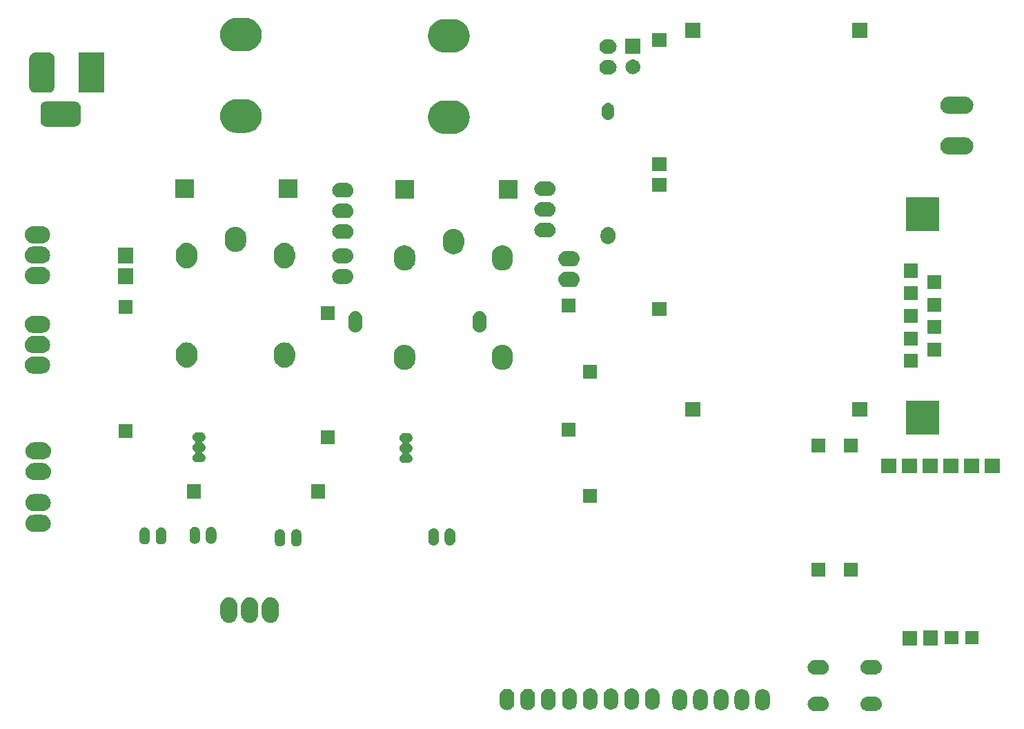
<source format=gbr>
G04 #@! TF.GenerationSoftware,KiCad,Pcbnew,(5.0.1)-4*
G04 #@! TF.CreationDate,2019-04-16T10:01:15-03:00*
G04 #@! TF.ProjectId,Ignitor,49676E69746F722E6B696361645F7063,rev?*
G04 #@! TF.SameCoordinates,Original*
G04 #@! TF.FileFunction,Soldermask,Bot*
G04 #@! TF.FilePolarity,Negative*
%FSLAX46Y46*%
G04 Gerber Fmt 4.6, Leading zero omitted, Abs format (unit mm)*
G04 Created by KiCad (PCBNEW (5.0.1)-4) date 16/04/2019 10:01:15*
%MOMM*%
%LPD*%
G01*
G04 APERTURE LIST*
%ADD10C,0.100000*%
G04 APERTURE END LIST*
D10*
G36*
X227010443Y-111605519D02*
X227076627Y-111612037D01*
X227189853Y-111646384D01*
X227246467Y-111663557D01*
X227385087Y-111737652D01*
X227402991Y-111747222D01*
X227438729Y-111776552D01*
X227540186Y-111859814D01*
X227623448Y-111961271D01*
X227652778Y-111997009D01*
X227652779Y-111997011D01*
X227736443Y-112153533D01*
X227736443Y-112153534D01*
X227787963Y-112323373D01*
X227805359Y-112500000D01*
X227787963Y-112676627D01*
X227766777Y-112746467D01*
X227736443Y-112846467D01*
X227706231Y-112902989D01*
X227652778Y-113002991D01*
X227623448Y-113038729D01*
X227540186Y-113140186D01*
X227460771Y-113205359D01*
X227402991Y-113252778D01*
X227402989Y-113252779D01*
X227246467Y-113336443D01*
X227189853Y-113353616D01*
X227076627Y-113387963D01*
X227010442Y-113394482D01*
X226944260Y-113401000D01*
X226055740Y-113401000D01*
X225989558Y-113394482D01*
X225923373Y-113387963D01*
X225810147Y-113353616D01*
X225753533Y-113336443D01*
X225597011Y-113252779D01*
X225597009Y-113252778D01*
X225539229Y-113205359D01*
X225459814Y-113140186D01*
X225376552Y-113038729D01*
X225347222Y-113002991D01*
X225293769Y-112902989D01*
X225263557Y-112846467D01*
X225233223Y-112746467D01*
X225212037Y-112676627D01*
X225194641Y-112500000D01*
X225212037Y-112323373D01*
X225263557Y-112153534D01*
X225263557Y-112153533D01*
X225347221Y-111997011D01*
X225347222Y-111997009D01*
X225376552Y-111961271D01*
X225459814Y-111859814D01*
X225561271Y-111776552D01*
X225597009Y-111747222D01*
X225614913Y-111737652D01*
X225753533Y-111663557D01*
X225810147Y-111646384D01*
X225923373Y-111612037D01*
X225989557Y-111605519D01*
X226055740Y-111599000D01*
X226944260Y-111599000D01*
X227010443Y-111605519D01*
X227010443Y-111605519D01*
G37*
G36*
X220510443Y-111605519D02*
X220576627Y-111612037D01*
X220689853Y-111646384D01*
X220746467Y-111663557D01*
X220885087Y-111737652D01*
X220902991Y-111747222D01*
X220938729Y-111776552D01*
X221040186Y-111859814D01*
X221123448Y-111961271D01*
X221152778Y-111997009D01*
X221152779Y-111997011D01*
X221236443Y-112153533D01*
X221236443Y-112153534D01*
X221287963Y-112323373D01*
X221305359Y-112500000D01*
X221287963Y-112676627D01*
X221266777Y-112746467D01*
X221236443Y-112846467D01*
X221206231Y-112902989D01*
X221152778Y-113002991D01*
X221123448Y-113038729D01*
X221040186Y-113140186D01*
X220960771Y-113205359D01*
X220902991Y-113252778D01*
X220902989Y-113252779D01*
X220746467Y-113336443D01*
X220689853Y-113353616D01*
X220576627Y-113387963D01*
X220510442Y-113394482D01*
X220444260Y-113401000D01*
X219555740Y-113401000D01*
X219489558Y-113394482D01*
X219423373Y-113387963D01*
X219310147Y-113353616D01*
X219253533Y-113336443D01*
X219097011Y-113252779D01*
X219097009Y-113252778D01*
X219039229Y-113205359D01*
X218959814Y-113140186D01*
X218876552Y-113038729D01*
X218847222Y-113002991D01*
X218793769Y-112902989D01*
X218763557Y-112846467D01*
X218733223Y-112746467D01*
X218712037Y-112676627D01*
X218694641Y-112500000D01*
X218712037Y-112323373D01*
X218763557Y-112153534D01*
X218763557Y-112153533D01*
X218847221Y-111997011D01*
X218847222Y-111997009D01*
X218876552Y-111961271D01*
X218959814Y-111859814D01*
X219061271Y-111776552D01*
X219097009Y-111747222D01*
X219114913Y-111737652D01*
X219253533Y-111663557D01*
X219310147Y-111646384D01*
X219423373Y-111612037D01*
X219489557Y-111605519D01*
X219555740Y-111599000D01*
X220444260Y-111599000D01*
X220510443Y-111605519D01*
X220510443Y-111605519D01*
G37*
G36*
X213336626Y-110712037D02*
X213449852Y-110746384D01*
X213506466Y-110763557D01*
X213662989Y-110847221D01*
X213800186Y-110959814D01*
X213883448Y-111061271D01*
X213912778Y-111097009D01*
X213912779Y-111097011D01*
X213996443Y-111253533D01*
X214013616Y-111310147D01*
X214047963Y-111423373D01*
X214061000Y-111555742D01*
X214061000Y-112444258D01*
X214047963Y-112576627D01*
X214026777Y-112646467D01*
X213996443Y-112746467D01*
X213942991Y-112846467D01*
X213912778Y-112902991D01*
X213883448Y-112938729D01*
X213800186Y-113040186D01*
X213723916Y-113102778D01*
X213662991Y-113152778D01*
X213662989Y-113152779D01*
X213506467Y-113236443D01*
X213452617Y-113252778D01*
X213336627Y-113287963D01*
X213160000Y-113305359D01*
X212983374Y-113287963D01*
X212867384Y-113252778D01*
X212813534Y-113236443D01*
X212657012Y-113152779D01*
X212657010Y-113152778D01*
X212596085Y-113102778D01*
X212519815Y-113040186D01*
X212436553Y-112938729D01*
X212407223Y-112902991D01*
X212377010Y-112846467D01*
X212323558Y-112746467D01*
X212293224Y-112646467D01*
X212272038Y-112576627D01*
X212259000Y-112444258D01*
X212259000Y-111555743D01*
X212272037Y-111423374D01*
X212323557Y-111253535D01*
X212323557Y-111253534D01*
X212407221Y-111097011D01*
X212519814Y-110959814D01*
X212621271Y-110876552D01*
X212657009Y-110847222D01*
X212674913Y-110837652D01*
X212813533Y-110763557D01*
X212870147Y-110746384D01*
X212983373Y-110712037D01*
X213160000Y-110694641D01*
X213336626Y-110712037D01*
X213336626Y-110712037D01*
G37*
G36*
X208256626Y-110712037D02*
X208369852Y-110746384D01*
X208426466Y-110763557D01*
X208582989Y-110847221D01*
X208720186Y-110959814D01*
X208803448Y-111061271D01*
X208832778Y-111097009D01*
X208832779Y-111097011D01*
X208916443Y-111253533D01*
X208933616Y-111310147D01*
X208967963Y-111423373D01*
X208981000Y-111555742D01*
X208981000Y-112444258D01*
X208967963Y-112576627D01*
X208946777Y-112646467D01*
X208916443Y-112746467D01*
X208862991Y-112846467D01*
X208832778Y-112902991D01*
X208803448Y-112938729D01*
X208720186Y-113040186D01*
X208643916Y-113102778D01*
X208582991Y-113152778D01*
X208582989Y-113152779D01*
X208426467Y-113236443D01*
X208372617Y-113252778D01*
X208256627Y-113287963D01*
X208080000Y-113305359D01*
X207903374Y-113287963D01*
X207787384Y-113252778D01*
X207733534Y-113236443D01*
X207577012Y-113152779D01*
X207577010Y-113152778D01*
X207516085Y-113102778D01*
X207439815Y-113040186D01*
X207356553Y-112938729D01*
X207327223Y-112902991D01*
X207297010Y-112846467D01*
X207243558Y-112746467D01*
X207213224Y-112646467D01*
X207192038Y-112576627D01*
X207179000Y-112444258D01*
X207179000Y-111555743D01*
X207192037Y-111423374D01*
X207243557Y-111253535D01*
X207243557Y-111253534D01*
X207327221Y-111097011D01*
X207439814Y-110959814D01*
X207541271Y-110876552D01*
X207577009Y-110847222D01*
X207594913Y-110837652D01*
X207733533Y-110763557D01*
X207790147Y-110746384D01*
X207903373Y-110712037D01*
X208080000Y-110694641D01*
X208256626Y-110712037D01*
X208256626Y-110712037D01*
G37*
G36*
X203176626Y-110712037D02*
X203289852Y-110746384D01*
X203346466Y-110763557D01*
X203502989Y-110847221D01*
X203640186Y-110959814D01*
X203723448Y-111061271D01*
X203752778Y-111097009D01*
X203752779Y-111097011D01*
X203836443Y-111253533D01*
X203853616Y-111310147D01*
X203887963Y-111423373D01*
X203901000Y-111555742D01*
X203901000Y-112444258D01*
X203887963Y-112576627D01*
X203866777Y-112646467D01*
X203836443Y-112746467D01*
X203782991Y-112846467D01*
X203752778Y-112902991D01*
X203723448Y-112938729D01*
X203640186Y-113040186D01*
X203563916Y-113102778D01*
X203502991Y-113152778D01*
X203502989Y-113152779D01*
X203346467Y-113236443D01*
X203292617Y-113252778D01*
X203176627Y-113287963D01*
X203000000Y-113305359D01*
X202823374Y-113287963D01*
X202707384Y-113252778D01*
X202653534Y-113236443D01*
X202497012Y-113152779D01*
X202497010Y-113152778D01*
X202436085Y-113102778D01*
X202359815Y-113040186D01*
X202276553Y-112938729D01*
X202247223Y-112902991D01*
X202217010Y-112846467D01*
X202163558Y-112746467D01*
X202133224Y-112646467D01*
X202112038Y-112576627D01*
X202099000Y-112444258D01*
X202099000Y-111555743D01*
X202112037Y-111423374D01*
X202163557Y-111253535D01*
X202163557Y-111253534D01*
X202247221Y-111097011D01*
X202359814Y-110959814D01*
X202461271Y-110876552D01*
X202497009Y-110847222D01*
X202514913Y-110837652D01*
X202653533Y-110763557D01*
X202710147Y-110746384D01*
X202823373Y-110712037D01*
X203000000Y-110694641D01*
X203176626Y-110712037D01*
X203176626Y-110712037D01*
G37*
G36*
X210796626Y-110712037D02*
X210909852Y-110746384D01*
X210966466Y-110763557D01*
X211122989Y-110847221D01*
X211260186Y-110959814D01*
X211343448Y-111061271D01*
X211372778Y-111097009D01*
X211372779Y-111097011D01*
X211456443Y-111253533D01*
X211473616Y-111310147D01*
X211507963Y-111423373D01*
X211521000Y-111555742D01*
X211521000Y-112444258D01*
X211507963Y-112576627D01*
X211486777Y-112646467D01*
X211456443Y-112746467D01*
X211402991Y-112846467D01*
X211372778Y-112902991D01*
X211343448Y-112938729D01*
X211260186Y-113040186D01*
X211183916Y-113102778D01*
X211122991Y-113152778D01*
X211122989Y-113152779D01*
X210966467Y-113236443D01*
X210912617Y-113252778D01*
X210796627Y-113287963D01*
X210620000Y-113305359D01*
X210443374Y-113287963D01*
X210327384Y-113252778D01*
X210273534Y-113236443D01*
X210117012Y-113152779D01*
X210117010Y-113152778D01*
X210056085Y-113102778D01*
X209979815Y-113040186D01*
X209896553Y-112938729D01*
X209867223Y-112902991D01*
X209837010Y-112846467D01*
X209783558Y-112746467D01*
X209753224Y-112646467D01*
X209732038Y-112576627D01*
X209719000Y-112444258D01*
X209719000Y-111555743D01*
X209732037Y-111423374D01*
X209783557Y-111253535D01*
X209783557Y-111253534D01*
X209867221Y-111097011D01*
X209979814Y-110959814D01*
X210081271Y-110876552D01*
X210117009Y-110847222D01*
X210134913Y-110837652D01*
X210273533Y-110763557D01*
X210330147Y-110746384D01*
X210443373Y-110712037D01*
X210620000Y-110694641D01*
X210796626Y-110712037D01*
X210796626Y-110712037D01*
G37*
G36*
X205716626Y-110712037D02*
X205829852Y-110746384D01*
X205886466Y-110763557D01*
X206042989Y-110847221D01*
X206180186Y-110959814D01*
X206263448Y-111061271D01*
X206292778Y-111097009D01*
X206292779Y-111097011D01*
X206376443Y-111253533D01*
X206393616Y-111310147D01*
X206427963Y-111423373D01*
X206441000Y-111555742D01*
X206441000Y-112444258D01*
X206427963Y-112576627D01*
X206406777Y-112646467D01*
X206376443Y-112746467D01*
X206322991Y-112846467D01*
X206292778Y-112902991D01*
X206263448Y-112938729D01*
X206180186Y-113040186D01*
X206103916Y-113102778D01*
X206042991Y-113152778D01*
X206042989Y-113152779D01*
X205886467Y-113236443D01*
X205832617Y-113252778D01*
X205716627Y-113287963D01*
X205540000Y-113305359D01*
X205363374Y-113287963D01*
X205247384Y-113252778D01*
X205193534Y-113236443D01*
X205037012Y-113152779D01*
X205037010Y-113152778D01*
X204976085Y-113102778D01*
X204899815Y-113040186D01*
X204816553Y-112938729D01*
X204787223Y-112902991D01*
X204757010Y-112846467D01*
X204703558Y-112746467D01*
X204673224Y-112646467D01*
X204652038Y-112576627D01*
X204639000Y-112444258D01*
X204639000Y-111555743D01*
X204652037Y-111423374D01*
X204703557Y-111253535D01*
X204703557Y-111253534D01*
X204787221Y-111097011D01*
X204899814Y-110959814D01*
X205001271Y-110876552D01*
X205037009Y-110847222D01*
X205054913Y-110837652D01*
X205193533Y-110763557D01*
X205250147Y-110746384D01*
X205363373Y-110712037D01*
X205540000Y-110694641D01*
X205716626Y-110712037D01*
X205716626Y-110712037D01*
G37*
G36*
X184516626Y-110662037D02*
X184624107Y-110694641D01*
X184686466Y-110713557D01*
X184842989Y-110797221D01*
X184980186Y-110909814D01*
X185063448Y-111011271D01*
X185092778Y-111047009D01*
X185092779Y-111047011D01*
X185176443Y-111203533D01*
X185191610Y-111253533D01*
X185227963Y-111373373D01*
X185241000Y-111505742D01*
X185241000Y-112394258D01*
X185227963Y-112526627D01*
X185191610Y-112646466D01*
X185176443Y-112696467D01*
X185149717Y-112746467D01*
X185092778Y-112852991D01*
X185063448Y-112888729D01*
X184980186Y-112990186D01*
X184903916Y-113052778D01*
X184842991Y-113102778D01*
X184842989Y-113102779D01*
X184686467Y-113186443D01*
X184629853Y-113203616D01*
X184516627Y-113237963D01*
X184340000Y-113255359D01*
X184163374Y-113237963D01*
X184050148Y-113203616D01*
X183993534Y-113186443D01*
X183837012Y-113102779D01*
X183837010Y-113102778D01*
X183776085Y-113052778D01*
X183699815Y-112990186D01*
X183616553Y-112888729D01*
X183587223Y-112852991D01*
X183530284Y-112746467D01*
X183503558Y-112696467D01*
X183486385Y-112639853D01*
X183452038Y-112526627D01*
X183439000Y-112394258D01*
X183439000Y-111505743D01*
X183452037Y-111373374D01*
X183503557Y-111203535D01*
X183503557Y-111203534D01*
X183587221Y-111047011D01*
X183699814Y-110909814D01*
X183801271Y-110826552D01*
X183837009Y-110797222D01*
X183899991Y-110763557D01*
X183993533Y-110713557D01*
X184055892Y-110694641D01*
X184163373Y-110662037D01*
X184340000Y-110644641D01*
X184516626Y-110662037D01*
X184516626Y-110662037D01*
G37*
G36*
X181976626Y-110662037D02*
X182084107Y-110694641D01*
X182146466Y-110713557D01*
X182302989Y-110797221D01*
X182440186Y-110909814D01*
X182523448Y-111011271D01*
X182552778Y-111047009D01*
X182552779Y-111047011D01*
X182636443Y-111203533D01*
X182651610Y-111253533D01*
X182687963Y-111373373D01*
X182701000Y-111505742D01*
X182701000Y-112394258D01*
X182687963Y-112526627D01*
X182651610Y-112646466D01*
X182636443Y-112696467D01*
X182609717Y-112746467D01*
X182552778Y-112852991D01*
X182523448Y-112888729D01*
X182440186Y-112990186D01*
X182363916Y-113052778D01*
X182302991Y-113102778D01*
X182302989Y-113102779D01*
X182146467Y-113186443D01*
X182089853Y-113203616D01*
X181976627Y-113237963D01*
X181800000Y-113255359D01*
X181623374Y-113237963D01*
X181510148Y-113203616D01*
X181453534Y-113186443D01*
X181297012Y-113102779D01*
X181297010Y-113102778D01*
X181236085Y-113052778D01*
X181159815Y-112990186D01*
X181076553Y-112888729D01*
X181047223Y-112852991D01*
X180990284Y-112746467D01*
X180963558Y-112696467D01*
X180946385Y-112639853D01*
X180912038Y-112526627D01*
X180899000Y-112394258D01*
X180899000Y-111505743D01*
X180912037Y-111373374D01*
X180963557Y-111203535D01*
X180963557Y-111203534D01*
X181047221Y-111047011D01*
X181159814Y-110909814D01*
X181261271Y-110826552D01*
X181297009Y-110797222D01*
X181359991Y-110763557D01*
X181453533Y-110713557D01*
X181515892Y-110694641D01*
X181623373Y-110662037D01*
X181800000Y-110644641D01*
X181976626Y-110662037D01*
X181976626Y-110662037D01*
G37*
G36*
X187056626Y-110662037D02*
X187164107Y-110694641D01*
X187226466Y-110713557D01*
X187382989Y-110797221D01*
X187520186Y-110909814D01*
X187603448Y-111011271D01*
X187632778Y-111047009D01*
X187632779Y-111047011D01*
X187716443Y-111203533D01*
X187731610Y-111253533D01*
X187767963Y-111373373D01*
X187781000Y-111505742D01*
X187781000Y-112394258D01*
X187767963Y-112526627D01*
X187731610Y-112646466D01*
X187716443Y-112696467D01*
X187689717Y-112746467D01*
X187632778Y-112852991D01*
X187603448Y-112888729D01*
X187520186Y-112990186D01*
X187443916Y-113052778D01*
X187382991Y-113102778D01*
X187382989Y-113102779D01*
X187226467Y-113186443D01*
X187169853Y-113203616D01*
X187056627Y-113237963D01*
X186880000Y-113255359D01*
X186703374Y-113237963D01*
X186590148Y-113203616D01*
X186533534Y-113186443D01*
X186377012Y-113102779D01*
X186377010Y-113102778D01*
X186316085Y-113052778D01*
X186239815Y-112990186D01*
X186156553Y-112888729D01*
X186127223Y-112852991D01*
X186070284Y-112746467D01*
X186043558Y-112696467D01*
X186026385Y-112639853D01*
X185992038Y-112526627D01*
X185979000Y-112394258D01*
X185979000Y-111505743D01*
X185992037Y-111373374D01*
X186043557Y-111203535D01*
X186043557Y-111203534D01*
X186127221Y-111047011D01*
X186239814Y-110909814D01*
X186341271Y-110826552D01*
X186377009Y-110797222D01*
X186439991Y-110763557D01*
X186533533Y-110713557D01*
X186595892Y-110694641D01*
X186703373Y-110662037D01*
X186880000Y-110644641D01*
X187056626Y-110662037D01*
X187056626Y-110662037D01*
G37*
G36*
X197276626Y-110612037D02*
X197384107Y-110644641D01*
X197446466Y-110663557D01*
X197602989Y-110747221D01*
X197740186Y-110859814D01*
X197822253Y-110959814D01*
X197852778Y-110997009D01*
X197852779Y-110997011D01*
X197936443Y-111153533D01*
X197951610Y-111203533D01*
X197987963Y-111323373D01*
X198001000Y-111455742D01*
X198001000Y-112344258D01*
X197987963Y-112476627D01*
X197957629Y-112576624D01*
X197936443Y-112646467D01*
X197882991Y-112746467D01*
X197852778Y-112802991D01*
X197823448Y-112838729D01*
X197740186Y-112940186D01*
X197638729Y-113023448D01*
X197602991Y-113052778D01*
X197602989Y-113052779D01*
X197446467Y-113136443D01*
X197392617Y-113152778D01*
X197276627Y-113187963D01*
X197100000Y-113205359D01*
X196923374Y-113187963D01*
X196807384Y-113152778D01*
X196753534Y-113136443D01*
X196597012Y-113052779D01*
X196597010Y-113052778D01*
X196561272Y-113023448D01*
X196459815Y-112940186D01*
X196376553Y-112838729D01*
X196347223Y-112802991D01*
X196317010Y-112746467D01*
X196263558Y-112646467D01*
X196242372Y-112576624D01*
X196212038Y-112476627D01*
X196199000Y-112344258D01*
X196199000Y-111455743D01*
X196212037Y-111323374D01*
X196263557Y-111153535D01*
X196263557Y-111153534D01*
X196347221Y-110997011D01*
X196459814Y-110859814D01*
X196577105Y-110763557D01*
X196597009Y-110747222D01*
X196695380Y-110694641D01*
X196753533Y-110663557D01*
X196815892Y-110644641D01*
X196923373Y-110612037D01*
X197100000Y-110594641D01*
X197276626Y-110612037D01*
X197276626Y-110612037D01*
G37*
G36*
X189656626Y-110612037D02*
X189764107Y-110644641D01*
X189826466Y-110663557D01*
X189982989Y-110747221D01*
X190120186Y-110859814D01*
X190202253Y-110959814D01*
X190232778Y-110997009D01*
X190232779Y-110997011D01*
X190316443Y-111153533D01*
X190331610Y-111203533D01*
X190367963Y-111323373D01*
X190381000Y-111455742D01*
X190381000Y-112344258D01*
X190367963Y-112476627D01*
X190337629Y-112576624D01*
X190316443Y-112646467D01*
X190262991Y-112746467D01*
X190232778Y-112802991D01*
X190203448Y-112838729D01*
X190120186Y-112940186D01*
X190018729Y-113023448D01*
X189982991Y-113052778D01*
X189982989Y-113052779D01*
X189826467Y-113136443D01*
X189772617Y-113152778D01*
X189656627Y-113187963D01*
X189480000Y-113205359D01*
X189303374Y-113187963D01*
X189187384Y-113152778D01*
X189133534Y-113136443D01*
X188977012Y-113052779D01*
X188977010Y-113052778D01*
X188941272Y-113023448D01*
X188839815Y-112940186D01*
X188756553Y-112838729D01*
X188727223Y-112802991D01*
X188697010Y-112746467D01*
X188643558Y-112646467D01*
X188622372Y-112576624D01*
X188592038Y-112476627D01*
X188579000Y-112344258D01*
X188579000Y-111455743D01*
X188592037Y-111323374D01*
X188643557Y-111153535D01*
X188643557Y-111153534D01*
X188727221Y-110997011D01*
X188839814Y-110859814D01*
X188957105Y-110763557D01*
X188977009Y-110747222D01*
X189075380Y-110694641D01*
X189133533Y-110663557D01*
X189195892Y-110644641D01*
X189303373Y-110612037D01*
X189480000Y-110594641D01*
X189656626Y-110612037D01*
X189656626Y-110612037D01*
G37*
G36*
X192196626Y-110612037D02*
X192304107Y-110644641D01*
X192366466Y-110663557D01*
X192522989Y-110747221D01*
X192660186Y-110859814D01*
X192742253Y-110959814D01*
X192772778Y-110997009D01*
X192772779Y-110997011D01*
X192856443Y-111153533D01*
X192871610Y-111203533D01*
X192907963Y-111323373D01*
X192921000Y-111455742D01*
X192921000Y-112344258D01*
X192907963Y-112476627D01*
X192877629Y-112576624D01*
X192856443Y-112646467D01*
X192802991Y-112746467D01*
X192772778Y-112802991D01*
X192743448Y-112838729D01*
X192660186Y-112940186D01*
X192558729Y-113023448D01*
X192522991Y-113052778D01*
X192522989Y-113052779D01*
X192366467Y-113136443D01*
X192312617Y-113152778D01*
X192196627Y-113187963D01*
X192020000Y-113205359D01*
X191843374Y-113187963D01*
X191727384Y-113152778D01*
X191673534Y-113136443D01*
X191517012Y-113052779D01*
X191517010Y-113052778D01*
X191481272Y-113023448D01*
X191379815Y-112940186D01*
X191296553Y-112838729D01*
X191267223Y-112802991D01*
X191237010Y-112746467D01*
X191183558Y-112646467D01*
X191162372Y-112576624D01*
X191132038Y-112476627D01*
X191119000Y-112344258D01*
X191119000Y-111455743D01*
X191132037Y-111323374D01*
X191183557Y-111153535D01*
X191183557Y-111153534D01*
X191267221Y-110997011D01*
X191379814Y-110859814D01*
X191497105Y-110763557D01*
X191517009Y-110747222D01*
X191615380Y-110694641D01*
X191673533Y-110663557D01*
X191735892Y-110644641D01*
X191843373Y-110612037D01*
X192020000Y-110594641D01*
X192196626Y-110612037D01*
X192196626Y-110612037D01*
G37*
G36*
X194736626Y-110612037D02*
X194844107Y-110644641D01*
X194906466Y-110663557D01*
X195062989Y-110747221D01*
X195200186Y-110859814D01*
X195282253Y-110959814D01*
X195312778Y-110997009D01*
X195312779Y-110997011D01*
X195396443Y-111153533D01*
X195411610Y-111203533D01*
X195447963Y-111323373D01*
X195461000Y-111455742D01*
X195461000Y-112344258D01*
X195447963Y-112476627D01*
X195417629Y-112576624D01*
X195396443Y-112646467D01*
X195342991Y-112746467D01*
X195312778Y-112802991D01*
X195283448Y-112838729D01*
X195200186Y-112940186D01*
X195098729Y-113023448D01*
X195062991Y-113052778D01*
X195062989Y-113052779D01*
X194906467Y-113136443D01*
X194852617Y-113152778D01*
X194736627Y-113187963D01*
X194560000Y-113205359D01*
X194383374Y-113187963D01*
X194267384Y-113152778D01*
X194213534Y-113136443D01*
X194057012Y-113052779D01*
X194057010Y-113052778D01*
X194021272Y-113023448D01*
X193919815Y-112940186D01*
X193836553Y-112838729D01*
X193807223Y-112802991D01*
X193777010Y-112746467D01*
X193723558Y-112646467D01*
X193702372Y-112576624D01*
X193672038Y-112476627D01*
X193659000Y-112344258D01*
X193659000Y-111455743D01*
X193672037Y-111323374D01*
X193723557Y-111153535D01*
X193723557Y-111153534D01*
X193807221Y-110997011D01*
X193919814Y-110859814D01*
X194037105Y-110763557D01*
X194057009Y-110747222D01*
X194155380Y-110694641D01*
X194213533Y-110663557D01*
X194275892Y-110644641D01*
X194383373Y-110612037D01*
X194560000Y-110594641D01*
X194736626Y-110612037D01*
X194736626Y-110612037D01*
G37*
G36*
X199816626Y-110612037D02*
X199924107Y-110644641D01*
X199986466Y-110663557D01*
X200142989Y-110747221D01*
X200280186Y-110859814D01*
X200362253Y-110959814D01*
X200392778Y-110997009D01*
X200392779Y-110997011D01*
X200476443Y-111153533D01*
X200491610Y-111203533D01*
X200527963Y-111323373D01*
X200541000Y-111455742D01*
X200541000Y-112344258D01*
X200527963Y-112476627D01*
X200497629Y-112576624D01*
X200476443Y-112646467D01*
X200422991Y-112746467D01*
X200392778Y-112802991D01*
X200363448Y-112838729D01*
X200280186Y-112940186D01*
X200178729Y-113023448D01*
X200142991Y-113052778D01*
X200142989Y-113052779D01*
X199986467Y-113136443D01*
X199932617Y-113152778D01*
X199816627Y-113187963D01*
X199640000Y-113205359D01*
X199463374Y-113187963D01*
X199347384Y-113152778D01*
X199293534Y-113136443D01*
X199137012Y-113052779D01*
X199137010Y-113052778D01*
X199101272Y-113023448D01*
X198999815Y-112940186D01*
X198916553Y-112838729D01*
X198887223Y-112802991D01*
X198857010Y-112746467D01*
X198803558Y-112646467D01*
X198782372Y-112576624D01*
X198752038Y-112476627D01*
X198739000Y-112344258D01*
X198739000Y-111455743D01*
X198752037Y-111323374D01*
X198803557Y-111153535D01*
X198803557Y-111153534D01*
X198887221Y-110997011D01*
X198999814Y-110859814D01*
X199117105Y-110763557D01*
X199137009Y-110747222D01*
X199235380Y-110694641D01*
X199293533Y-110663557D01*
X199355892Y-110644641D01*
X199463373Y-110612037D01*
X199640000Y-110594641D01*
X199816626Y-110612037D01*
X199816626Y-110612037D01*
G37*
G36*
X220510443Y-107105519D02*
X220576627Y-107112037D01*
X220689853Y-107146384D01*
X220746467Y-107163557D01*
X220885087Y-107237652D01*
X220902991Y-107247222D01*
X220938729Y-107276552D01*
X221040186Y-107359814D01*
X221123448Y-107461271D01*
X221152778Y-107497009D01*
X221152779Y-107497011D01*
X221236443Y-107653533D01*
X221236443Y-107653534D01*
X221287963Y-107823373D01*
X221305359Y-108000000D01*
X221287963Y-108176627D01*
X221253616Y-108289853D01*
X221236443Y-108346467D01*
X221162348Y-108485087D01*
X221152778Y-108502991D01*
X221123448Y-108538729D01*
X221040186Y-108640186D01*
X220938729Y-108723448D01*
X220902991Y-108752778D01*
X220902989Y-108752779D01*
X220746467Y-108836443D01*
X220689853Y-108853616D01*
X220576627Y-108887963D01*
X220510442Y-108894482D01*
X220444260Y-108901000D01*
X219555740Y-108901000D01*
X219489558Y-108894482D01*
X219423373Y-108887963D01*
X219310147Y-108853616D01*
X219253533Y-108836443D01*
X219097011Y-108752779D01*
X219097009Y-108752778D01*
X219061271Y-108723448D01*
X218959814Y-108640186D01*
X218876552Y-108538729D01*
X218847222Y-108502991D01*
X218837652Y-108485087D01*
X218763557Y-108346467D01*
X218746384Y-108289853D01*
X218712037Y-108176627D01*
X218694641Y-108000000D01*
X218712037Y-107823373D01*
X218763557Y-107653534D01*
X218763557Y-107653533D01*
X218847221Y-107497011D01*
X218847222Y-107497009D01*
X218876552Y-107461271D01*
X218959814Y-107359814D01*
X219061271Y-107276552D01*
X219097009Y-107247222D01*
X219114913Y-107237652D01*
X219253533Y-107163557D01*
X219310147Y-107146384D01*
X219423373Y-107112037D01*
X219489557Y-107105519D01*
X219555740Y-107099000D01*
X220444260Y-107099000D01*
X220510443Y-107105519D01*
X220510443Y-107105519D01*
G37*
G36*
X227010443Y-107105519D02*
X227076627Y-107112037D01*
X227189853Y-107146384D01*
X227246467Y-107163557D01*
X227385087Y-107237652D01*
X227402991Y-107247222D01*
X227438729Y-107276552D01*
X227540186Y-107359814D01*
X227623448Y-107461271D01*
X227652778Y-107497009D01*
X227652779Y-107497011D01*
X227736443Y-107653533D01*
X227736443Y-107653534D01*
X227787963Y-107823373D01*
X227805359Y-108000000D01*
X227787963Y-108176627D01*
X227753616Y-108289853D01*
X227736443Y-108346467D01*
X227662348Y-108485087D01*
X227652778Y-108502991D01*
X227623448Y-108538729D01*
X227540186Y-108640186D01*
X227438729Y-108723448D01*
X227402991Y-108752778D01*
X227402989Y-108752779D01*
X227246467Y-108836443D01*
X227189853Y-108853616D01*
X227076627Y-108887963D01*
X227010442Y-108894482D01*
X226944260Y-108901000D01*
X226055740Y-108901000D01*
X225989558Y-108894482D01*
X225923373Y-108887963D01*
X225810147Y-108853616D01*
X225753533Y-108836443D01*
X225597011Y-108752779D01*
X225597009Y-108752778D01*
X225561271Y-108723448D01*
X225459814Y-108640186D01*
X225376552Y-108538729D01*
X225347222Y-108502991D01*
X225337652Y-108485087D01*
X225263557Y-108346467D01*
X225246384Y-108289853D01*
X225212037Y-108176627D01*
X225194641Y-108000000D01*
X225212037Y-107823373D01*
X225263557Y-107653534D01*
X225263557Y-107653533D01*
X225347221Y-107497011D01*
X225347222Y-107497009D01*
X225376552Y-107461271D01*
X225459814Y-107359814D01*
X225561271Y-107276552D01*
X225597009Y-107247222D01*
X225614913Y-107237652D01*
X225753533Y-107163557D01*
X225810147Y-107146384D01*
X225923373Y-107112037D01*
X225989557Y-107105519D01*
X226055740Y-107099000D01*
X226944260Y-107099000D01*
X227010443Y-107105519D01*
X227010443Y-107105519D01*
G37*
G36*
X232151000Y-105351000D02*
X230349000Y-105351000D01*
X230349000Y-103549000D01*
X232151000Y-103549000D01*
X232151000Y-105351000D01*
X232151000Y-105351000D01*
G37*
G36*
X234651000Y-105301000D02*
X232849000Y-105301000D01*
X232849000Y-103499000D01*
X234651000Y-103499000D01*
X234651000Y-105301000D01*
X234651000Y-105301000D01*
G37*
G36*
X239663000Y-105163000D02*
X238037000Y-105163000D01*
X238037000Y-103537000D01*
X239663000Y-103537000D01*
X239663000Y-105163000D01*
X239663000Y-105163000D01*
G37*
G36*
X237163000Y-105163000D02*
X235537000Y-105163000D01*
X235537000Y-103537000D01*
X237163000Y-103537000D01*
X237163000Y-105163000D01*
X237163000Y-105163000D01*
G37*
G36*
X147906031Y-99434207D02*
X148104145Y-99494305D01*
X148286729Y-99591897D01*
X148446765Y-99723235D01*
X148446766Y-99723237D01*
X148446768Y-99723238D01*
X148525568Y-99819257D01*
X148578103Y-99883271D01*
X148675695Y-100065854D01*
X148735793Y-100263968D01*
X148751000Y-100418370D01*
X148751000Y-101521630D01*
X148735793Y-101676032D01*
X148675695Y-101874146D01*
X148578103Y-102056729D01*
X148446765Y-102216765D01*
X148286729Y-102348103D01*
X148104146Y-102445695D01*
X147906032Y-102505793D01*
X147700000Y-102526085D01*
X147493969Y-102505793D01*
X147295855Y-102445695D01*
X147113272Y-102348103D01*
X146953236Y-102216765D01*
X146821899Y-102056731D01*
X146724306Y-101874148D01*
X146664207Y-101676028D01*
X146649000Y-101521631D01*
X146649000Y-100418370D01*
X146664207Y-100263973D01*
X146664207Y-100263969D01*
X146724305Y-100065855D01*
X146821897Y-99883271D01*
X146953235Y-99723235D01*
X146953237Y-99723234D01*
X146953238Y-99723232D01*
X147113269Y-99591899D01*
X147113271Y-99591897D01*
X147295854Y-99494305D01*
X147493968Y-99434207D01*
X147700000Y-99413915D01*
X147906031Y-99434207D01*
X147906031Y-99434207D01*
G37*
G36*
X150446031Y-99434207D02*
X150644145Y-99494305D01*
X150826729Y-99591897D01*
X150986765Y-99723235D01*
X150986766Y-99723237D01*
X150986768Y-99723238D01*
X151065568Y-99819257D01*
X151118103Y-99883271D01*
X151215695Y-100065854D01*
X151275793Y-100263968D01*
X151291000Y-100418370D01*
X151291000Y-101521630D01*
X151275793Y-101676032D01*
X151215695Y-101874146D01*
X151118103Y-102056729D01*
X150986765Y-102216765D01*
X150826729Y-102348103D01*
X150644146Y-102445695D01*
X150446032Y-102505793D01*
X150240000Y-102526085D01*
X150033969Y-102505793D01*
X149835855Y-102445695D01*
X149653272Y-102348103D01*
X149493236Y-102216765D01*
X149361899Y-102056731D01*
X149264306Y-101874148D01*
X149204207Y-101676028D01*
X149189000Y-101521631D01*
X149189000Y-100418370D01*
X149204207Y-100263973D01*
X149204207Y-100263969D01*
X149264305Y-100065855D01*
X149361897Y-99883271D01*
X149493235Y-99723235D01*
X149493237Y-99723234D01*
X149493238Y-99723232D01*
X149653269Y-99591899D01*
X149653271Y-99591897D01*
X149835854Y-99494305D01*
X150033968Y-99434207D01*
X150240000Y-99413915D01*
X150446031Y-99434207D01*
X150446031Y-99434207D01*
G37*
G36*
X152986031Y-99434207D02*
X153184145Y-99494305D01*
X153366729Y-99591897D01*
X153526765Y-99723235D01*
X153526766Y-99723237D01*
X153526768Y-99723238D01*
X153605568Y-99819257D01*
X153658103Y-99883271D01*
X153755695Y-100065854D01*
X153815793Y-100263968D01*
X153831000Y-100418370D01*
X153831000Y-101521630D01*
X153815793Y-101676032D01*
X153755695Y-101874146D01*
X153658103Y-102056729D01*
X153526765Y-102216765D01*
X153366729Y-102348103D01*
X153184146Y-102445695D01*
X152986032Y-102505793D01*
X152780000Y-102526085D01*
X152573969Y-102505793D01*
X152375855Y-102445695D01*
X152193272Y-102348103D01*
X152033236Y-102216765D01*
X151901899Y-102056731D01*
X151804306Y-101874148D01*
X151744207Y-101676028D01*
X151729000Y-101521631D01*
X151729000Y-100418370D01*
X151744207Y-100263973D01*
X151744207Y-100263969D01*
X151804305Y-100065855D01*
X151901897Y-99883271D01*
X152033235Y-99723235D01*
X152033237Y-99723234D01*
X152033238Y-99723232D01*
X152193269Y-99591899D01*
X152193271Y-99591897D01*
X152375854Y-99494305D01*
X152573968Y-99434207D01*
X152780000Y-99413915D01*
X152986031Y-99434207D01*
X152986031Y-99434207D01*
G37*
G36*
X220851000Y-96851000D02*
X219149000Y-96851000D01*
X219149000Y-95149000D01*
X220851000Y-95149000D01*
X220851000Y-96851000D01*
X220851000Y-96851000D01*
G37*
G36*
X224851000Y-96851000D02*
X223149000Y-96851000D01*
X223149000Y-95149000D01*
X224851000Y-95149000D01*
X224851000Y-96851000D01*
X224851000Y-96851000D01*
G37*
G36*
X156077618Y-91058420D02*
X156138093Y-91076765D01*
X156200333Y-91095645D01*
X156278538Y-91137447D01*
X156313426Y-91156095D01*
X156412553Y-91237447D01*
X156493905Y-91336574D01*
X156493906Y-91336576D01*
X156554355Y-91449667D01*
X156554355Y-91449668D01*
X156591580Y-91572382D01*
X156601000Y-91668027D01*
X156601000Y-92531973D01*
X156591580Y-92627618D01*
X156580982Y-92662555D01*
X156554355Y-92750333D01*
X156525720Y-92803905D01*
X156493905Y-92863426D01*
X156412553Y-92962553D01*
X156313425Y-93043905D01*
X156260782Y-93072043D01*
X156200332Y-93104355D01*
X156159426Y-93116763D01*
X156077617Y-93141580D01*
X155950000Y-93154149D01*
X155822382Y-93141580D01*
X155740573Y-93116763D01*
X155699667Y-93104355D01*
X155586576Y-93043906D01*
X155586574Y-93043905D01*
X155487447Y-92962553D01*
X155406095Y-92863425D01*
X155352644Y-92763426D01*
X155345645Y-92750332D01*
X155333237Y-92709426D01*
X155308420Y-92627617D01*
X155299000Y-92531972D01*
X155299000Y-91668027D01*
X155308420Y-91572382D01*
X155345646Y-91449668D01*
X155345646Y-91449667D01*
X155406095Y-91336576D01*
X155406096Y-91336574D01*
X155487448Y-91237447D01*
X155586575Y-91156095D01*
X155621463Y-91137447D01*
X155699668Y-91095645D01*
X155761908Y-91076765D01*
X155822383Y-91058420D01*
X155950000Y-91045851D01*
X156077618Y-91058420D01*
X156077618Y-91058420D01*
G37*
G36*
X154077618Y-91058420D02*
X154138093Y-91076765D01*
X154200333Y-91095645D01*
X154278538Y-91137447D01*
X154313426Y-91156095D01*
X154412553Y-91237447D01*
X154493905Y-91336574D01*
X154493906Y-91336576D01*
X154554355Y-91449667D01*
X154554355Y-91449668D01*
X154591580Y-91572382D01*
X154601000Y-91668027D01*
X154601000Y-92531973D01*
X154591580Y-92627618D01*
X154580982Y-92662555D01*
X154554355Y-92750333D01*
X154525720Y-92803905D01*
X154493905Y-92863426D01*
X154412553Y-92962553D01*
X154313425Y-93043905D01*
X154260782Y-93072043D01*
X154200332Y-93104355D01*
X154159426Y-93116763D01*
X154077617Y-93141580D01*
X153950000Y-93154149D01*
X153822382Y-93141580D01*
X153740573Y-93116763D01*
X153699667Y-93104355D01*
X153586576Y-93043906D01*
X153586574Y-93043905D01*
X153487447Y-92962553D01*
X153406095Y-92863425D01*
X153352644Y-92763426D01*
X153345645Y-92750332D01*
X153333237Y-92709426D01*
X153308420Y-92627617D01*
X153299000Y-92531972D01*
X153299000Y-91668027D01*
X153308420Y-91572382D01*
X153345646Y-91449668D01*
X153345646Y-91449667D01*
X153406095Y-91336576D01*
X153406096Y-91336574D01*
X153487448Y-91237447D01*
X153586575Y-91156095D01*
X153621463Y-91137447D01*
X153699668Y-91095645D01*
X153761908Y-91076765D01*
X153822383Y-91058420D01*
X153950000Y-91045851D01*
X154077618Y-91058420D01*
X154077618Y-91058420D01*
G37*
G36*
X174927618Y-90958420D02*
X175009427Y-90983237D01*
X175050333Y-90995645D01*
X175126905Y-91036574D01*
X175163426Y-91056095D01*
X175262553Y-91137447D01*
X175343905Y-91236574D01*
X175343906Y-91236576D01*
X175404355Y-91349667D01*
X175416763Y-91390573D01*
X175441580Y-91472382D01*
X175451000Y-91568027D01*
X175451000Y-92431973D01*
X175441580Y-92527618D01*
X175416763Y-92609427D01*
X175404355Y-92650333D01*
X175397824Y-92662551D01*
X175343905Y-92763426D01*
X175262553Y-92862553D01*
X175262551Y-92862555D01*
X175214998Y-92901580D01*
X175163425Y-92943905D01*
X175128537Y-92962553D01*
X175050332Y-93004355D01*
X175009426Y-93016763D01*
X174927617Y-93041580D01*
X174800000Y-93054149D01*
X174672382Y-93041580D01*
X174590573Y-93016763D01*
X174549667Y-93004355D01*
X174436576Y-92943906D01*
X174436574Y-92943905D01*
X174337447Y-92862553D01*
X174256095Y-92763425D01*
X174227957Y-92710782D01*
X174195645Y-92650332D01*
X174169283Y-92563426D01*
X174158420Y-92527617D01*
X174149000Y-92431972D01*
X174149000Y-91568027D01*
X174158420Y-91472382D01*
X174195646Y-91349668D01*
X174195646Y-91349667D01*
X174256095Y-91236576D01*
X174256096Y-91236574D01*
X174337448Y-91137447D01*
X174436575Y-91056095D01*
X174473096Y-91036574D01*
X174549668Y-90995645D01*
X174590574Y-90983237D01*
X174672383Y-90958420D01*
X174800000Y-90945851D01*
X174927618Y-90958420D01*
X174927618Y-90958420D01*
G37*
G36*
X172927618Y-90958420D02*
X173009427Y-90983237D01*
X173050333Y-90995645D01*
X173126905Y-91036574D01*
X173163426Y-91056095D01*
X173262553Y-91137447D01*
X173343905Y-91236574D01*
X173343906Y-91236576D01*
X173404355Y-91349667D01*
X173416763Y-91390573D01*
X173441580Y-91472382D01*
X173451000Y-91568027D01*
X173451000Y-92431973D01*
X173441580Y-92527618D01*
X173416763Y-92609427D01*
X173404355Y-92650333D01*
X173397824Y-92662551D01*
X173343905Y-92763426D01*
X173262553Y-92862553D01*
X173262551Y-92862555D01*
X173214998Y-92901580D01*
X173163425Y-92943905D01*
X173128537Y-92962553D01*
X173050332Y-93004355D01*
X173009426Y-93016763D01*
X172927617Y-93041580D01*
X172800000Y-93054149D01*
X172672382Y-93041580D01*
X172590573Y-93016763D01*
X172549667Y-93004355D01*
X172436576Y-92943906D01*
X172436574Y-92943905D01*
X172337447Y-92862553D01*
X172256095Y-92763425D01*
X172227957Y-92710782D01*
X172195645Y-92650332D01*
X172169283Y-92563426D01*
X172158420Y-92527617D01*
X172149000Y-92431972D01*
X172149000Y-91568027D01*
X172158420Y-91472382D01*
X172195646Y-91349668D01*
X172195646Y-91349667D01*
X172256095Y-91236576D01*
X172256096Y-91236574D01*
X172337448Y-91137447D01*
X172436575Y-91056095D01*
X172473096Y-91036574D01*
X172549668Y-90995645D01*
X172590574Y-90983237D01*
X172672383Y-90958420D01*
X172800000Y-90945851D01*
X172927618Y-90958420D01*
X172927618Y-90958420D01*
G37*
G36*
X139477617Y-90818420D02*
X139559426Y-90843237D01*
X139600332Y-90855645D01*
X139660782Y-90887957D01*
X139713425Y-90916095D01*
X139714200Y-90916731D01*
X139810358Y-90995645D01*
X139812553Y-90997447D01*
X139893905Y-91096574D01*
X139893906Y-91096576D01*
X139954355Y-91209667D01*
X139962782Y-91237447D01*
X139991580Y-91332382D01*
X140001000Y-91428027D01*
X140001000Y-92291973D01*
X139991580Y-92387618D01*
X139966763Y-92469427D01*
X139954355Y-92510333D01*
X139925977Y-92563424D01*
X139893905Y-92623426D01*
X139812553Y-92722553D01*
X139713426Y-92803905D01*
X139713424Y-92803906D01*
X139600333Y-92864355D01*
X139559427Y-92876763D01*
X139477618Y-92901580D01*
X139350000Y-92914149D01*
X139222383Y-92901580D01*
X139140574Y-92876763D01*
X139099668Y-92864355D01*
X138986577Y-92803906D01*
X138986575Y-92803905D01*
X138887448Y-92722553D01*
X138806096Y-92623426D01*
X138774024Y-92563424D01*
X138745646Y-92510333D01*
X138739734Y-92490843D01*
X138708420Y-92387618D01*
X138699000Y-92291973D01*
X138699000Y-91428028D01*
X138708420Y-91332383D01*
X138745645Y-91209669D01*
X138745645Y-91209668D01*
X138777957Y-91149218D01*
X138806095Y-91096575D01*
X138887447Y-90997447D01*
X138986574Y-90916095D01*
X138999509Y-90909181D01*
X139099667Y-90855645D01*
X139140573Y-90843237D01*
X139222382Y-90818420D01*
X139350000Y-90805851D01*
X139477617Y-90818420D01*
X139477617Y-90818420D01*
G37*
G36*
X137477617Y-90818420D02*
X137559426Y-90843237D01*
X137600332Y-90855645D01*
X137660782Y-90887957D01*
X137713425Y-90916095D01*
X137714200Y-90916731D01*
X137810358Y-90995645D01*
X137812553Y-90997447D01*
X137893905Y-91096574D01*
X137893906Y-91096576D01*
X137954355Y-91209667D01*
X137962782Y-91237447D01*
X137991580Y-91332382D01*
X138001000Y-91428027D01*
X138001000Y-92291973D01*
X137991580Y-92387618D01*
X137966763Y-92469427D01*
X137954355Y-92510333D01*
X137925977Y-92563424D01*
X137893905Y-92623426D01*
X137812553Y-92722553D01*
X137713426Y-92803905D01*
X137713424Y-92803906D01*
X137600333Y-92864355D01*
X137559427Y-92876763D01*
X137477618Y-92901580D01*
X137350000Y-92914149D01*
X137222383Y-92901580D01*
X137140574Y-92876763D01*
X137099668Y-92864355D01*
X136986577Y-92803906D01*
X136986575Y-92803905D01*
X136887448Y-92722553D01*
X136806096Y-92623426D01*
X136774024Y-92563424D01*
X136745646Y-92510333D01*
X136739734Y-92490843D01*
X136708420Y-92387618D01*
X136699000Y-92291973D01*
X136699000Y-91428028D01*
X136708420Y-91332383D01*
X136745645Y-91209669D01*
X136745645Y-91209668D01*
X136777957Y-91149218D01*
X136806095Y-91096575D01*
X136887447Y-90997447D01*
X136986574Y-90916095D01*
X136999509Y-90909181D01*
X137099667Y-90855645D01*
X137140573Y-90843237D01*
X137222382Y-90818420D01*
X137350000Y-90805851D01*
X137477617Y-90818420D01*
X137477617Y-90818420D01*
G37*
G36*
X143627618Y-90758420D02*
X143709427Y-90783237D01*
X143750333Y-90795645D01*
X143850491Y-90849181D01*
X143863426Y-90856095D01*
X143962553Y-90937447D01*
X144043905Y-91036574D01*
X144043906Y-91036576D01*
X144104355Y-91149667D01*
X144106305Y-91156095D01*
X144141580Y-91272382D01*
X144151000Y-91368027D01*
X144151000Y-92231973D01*
X144141580Y-92327618D01*
X144123380Y-92387616D01*
X144104355Y-92450333D01*
X144050819Y-92550491D01*
X144043905Y-92563426D01*
X143962553Y-92662553D01*
X143863425Y-92743905D01*
X143826904Y-92763426D01*
X143750332Y-92804355D01*
X143709426Y-92816763D01*
X143627617Y-92841580D01*
X143500000Y-92854149D01*
X143372382Y-92841580D01*
X143290573Y-92816763D01*
X143249667Y-92804355D01*
X143136576Y-92743906D01*
X143136574Y-92743905D01*
X143037447Y-92662553D01*
X143027418Y-92650332D01*
X142956096Y-92563426D01*
X142956095Y-92563424D01*
X142895646Y-92450333D01*
X142895645Y-92450332D01*
X142876621Y-92387616D01*
X142858420Y-92327617D01*
X142849000Y-92231972D01*
X142849000Y-91368027D01*
X142858420Y-91272382D01*
X142893696Y-91156095D01*
X142895646Y-91149667D01*
X142956095Y-91036576D01*
X142956096Y-91036574D01*
X143037448Y-90937447D01*
X143136575Y-90856095D01*
X143149510Y-90849181D01*
X143249668Y-90795645D01*
X143290574Y-90783237D01*
X143372383Y-90758420D01*
X143500000Y-90745851D01*
X143627618Y-90758420D01*
X143627618Y-90758420D01*
G37*
G36*
X145627618Y-90758420D02*
X145709427Y-90783237D01*
X145750333Y-90795645D01*
X145850491Y-90849181D01*
X145863426Y-90856095D01*
X145962553Y-90937447D01*
X146043905Y-91036574D01*
X146043906Y-91036576D01*
X146104355Y-91149667D01*
X146106305Y-91156095D01*
X146141580Y-91272382D01*
X146151000Y-91368027D01*
X146151000Y-92231973D01*
X146141580Y-92327618D01*
X146123380Y-92387616D01*
X146104355Y-92450333D01*
X146050819Y-92550491D01*
X146043905Y-92563426D01*
X145962553Y-92662553D01*
X145863425Y-92743905D01*
X145826904Y-92763426D01*
X145750332Y-92804355D01*
X145709426Y-92816763D01*
X145627617Y-92841580D01*
X145500000Y-92854149D01*
X145372382Y-92841580D01*
X145290573Y-92816763D01*
X145249667Y-92804355D01*
X145136576Y-92743906D01*
X145136574Y-92743905D01*
X145037447Y-92662553D01*
X145027418Y-92650332D01*
X144956096Y-92563426D01*
X144956095Y-92563424D01*
X144895646Y-92450333D01*
X144895645Y-92450332D01*
X144876621Y-92387616D01*
X144858420Y-92327617D01*
X144849000Y-92231972D01*
X144849000Y-91368027D01*
X144858420Y-91272382D01*
X144893696Y-91156095D01*
X144895646Y-91149667D01*
X144956095Y-91036576D01*
X144956096Y-91036574D01*
X145037448Y-90937447D01*
X145136575Y-90856095D01*
X145149510Y-90849181D01*
X145249668Y-90795645D01*
X145290574Y-90783237D01*
X145372383Y-90758420D01*
X145500000Y-90745851D01*
X145627618Y-90758420D01*
X145627618Y-90758420D01*
G37*
G36*
X124852510Y-89282041D02*
X124976032Y-89294207D01*
X125174146Y-89354305D01*
X125356729Y-89451897D01*
X125516765Y-89583235D01*
X125648103Y-89743271D01*
X125745695Y-89925854D01*
X125805793Y-90123968D01*
X125826085Y-90330000D01*
X125805793Y-90536032D01*
X125745695Y-90734146D01*
X125648103Y-90916729D01*
X125516765Y-91076765D01*
X125356729Y-91208103D01*
X125174146Y-91305695D01*
X124976032Y-91365793D01*
X124852510Y-91377959D01*
X124821631Y-91381000D01*
X123718369Y-91381000D01*
X123687490Y-91377959D01*
X123563968Y-91365793D01*
X123365854Y-91305695D01*
X123183271Y-91208103D01*
X123023235Y-91076765D01*
X122891897Y-90916729D01*
X122794305Y-90734146D01*
X122734207Y-90536032D01*
X122713915Y-90330000D01*
X122734207Y-90123968D01*
X122794305Y-89925854D01*
X122891897Y-89743271D01*
X123023235Y-89583235D01*
X123183271Y-89451897D01*
X123365854Y-89354305D01*
X123563968Y-89294207D01*
X123687490Y-89282041D01*
X123718369Y-89279000D01*
X124821631Y-89279000D01*
X124852510Y-89282041D01*
X124852510Y-89282041D01*
G37*
G36*
X124852510Y-86742041D02*
X124976032Y-86754207D01*
X125174146Y-86814305D01*
X125356729Y-86911897D01*
X125516765Y-87043235D01*
X125648103Y-87203271D01*
X125745695Y-87385854D01*
X125805793Y-87583968D01*
X125826085Y-87790000D01*
X125805793Y-87996032D01*
X125745695Y-88194146D01*
X125648103Y-88376729D01*
X125516765Y-88536765D01*
X125356729Y-88668103D01*
X125174146Y-88765695D01*
X124976032Y-88825793D01*
X124852510Y-88837959D01*
X124821631Y-88841000D01*
X123718369Y-88841000D01*
X123687490Y-88837959D01*
X123563968Y-88825793D01*
X123365854Y-88765695D01*
X123183271Y-88668103D01*
X123023235Y-88536765D01*
X122891897Y-88376729D01*
X122794305Y-88194146D01*
X122734207Y-87996032D01*
X122713915Y-87790000D01*
X122734207Y-87583968D01*
X122794305Y-87385854D01*
X122891897Y-87203271D01*
X123023235Y-87043235D01*
X123183271Y-86911897D01*
X123365854Y-86814305D01*
X123563968Y-86754207D01*
X123687490Y-86742041D01*
X123718369Y-86739000D01*
X124821631Y-86739000D01*
X124852510Y-86742041D01*
X124852510Y-86742041D01*
G37*
G36*
X192851000Y-87851000D02*
X191149000Y-87851000D01*
X191149000Y-86149000D01*
X192851000Y-86149000D01*
X192851000Y-87851000D01*
X192851000Y-87851000D01*
G37*
G36*
X144211000Y-87261000D02*
X142509000Y-87261000D01*
X142509000Y-85559000D01*
X144211000Y-85559000D01*
X144211000Y-87261000D01*
X144211000Y-87261000D01*
G37*
G36*
X159451000Y-87261000D02*
X157749000Y-87261000D01*
X157749000Y-85559000D01*
X159451000Y-85559000D01*
X159451000Y-87261000D01*
X159451000Y-87261000D01*
G37*
G36*
X124882510Y-82932041D02*
X125006032Y-82944207D01*
X125204146Y-83004305D01*
X125386729Y-83101897D01*
X125546765Y-83233235D01*
X125678103Y-83393271D01*
X125775695Y-83575854D01*
X125835793Y-83773968D01*
X125856085Y-83980000D01*
X125835793Y-84186032D01*
X125775695Y-84384146D01*
X125678103Y-84566729D01*
X125546765Y-84726765D01*
X125386729Y-84858103D01*
X125204146Y-84955695D01*
X125006032Y-85015793D01*
X124882510Y-85027959D01*
X124851631Y-85031000D01*
X123748369Y-85031000D01*
X123717490Y-85027959D01*
X123593968Y-85015793D01*
X123395854Y-84955695D01*
X123213271Y-84858103D01*
X123053235Y-84726765D01*
X122921897Y-84566729D01*
X122824305Y-84384146D01*
X122764207Y-84186032D01*
X122743915Y-83980000D01*
X122764207Y-83773968D01*
X122824305Y-83575854D01*
X122921897Y-83393271D01*
X123053235Y-83233235D01*
X123213271Y-83101897D01*
X123395854Y-83004305D01*
X123593968Y-82944207D01*
X123717490Y-82932041D01*
X123748369Y-82929000D01*
X124851631Y-82929000D01*
X124882510Y-82932041D01*
X124882510Y-82932041D01*
G37*
G36*
X237171000Y-84161000D02*
X235369000Y-84161000D01*
X235369000Y-82359000D01*
X237171000Y-82359000D01*
X237171000Y-84161000D01*
X237171000Y-84161000D01*
G37*
G36*
X239711000Y-84161000D02*
X237909000Y-84161000D01*
X237909000Y-82359000D01*
X239711000Y-82359000D01*
X239711000Y-84161000D01*
X239711000Y-84161000D01*
G37*
G36*
X242251000Y-84161000D02*
X240449000Y-84161000D01*
X240449000Y-82359000D01*
X242251000Y-82359000D01*
X242251000Y-84161000D01*
X242251000Y-84161000D01*
G37*
G36*
X234631000Y-84161000D02*
X232829000Y-84161000D01*
X232829000Y-82359000D01*
X234631000Y-82359000D01*
X234631000Y-84161000D01*
X234631000Y-84161000D01*
G37*
G36*
X232091000Y-84161000D02*
X230289000Y-84161000D01*
X230289000Y-82359000D01*
X232091000Y-82359000D01*
X232091000Y-84161000D01*
X232091000Y-84161000D01*
G37*
G36*
X229551000Y-84161000D02*
X227749000Y-84161000D01*
X227749000Y-82359000D01*
X229551000Y-82359000D01*
X229551000Y-84161000D01*
X229551000Y-84161000D01*
G37*
G36*
X169737916Y-79232334D02*
X169846492Y-79265271D01*
X169946557Y-79318756D01*
X170034264Y-79390736D01*
X170106244Y-79478443D01*
X170159729Y-79578508D01*
X170192666Y-79687084D01*
X170203787Y-79800000D01*
X170192666Y-79912916D01*
X170159729Y-80021492D01*
X170159726Y-80021497D01*
X170106244Y-80121557D01*
X170034264Y-80209264D01*
X169946557Y-80281244D01*
X169865143Y-80324760D01*
X169844768Y-80338373D01*
X169827441Y-80355701D01*
X169813827Y-80376075D01*
X169804450Y-80398714D01*
X169799669Y-80422747D01*
X169799669Y-80447252D01*
X169804449Y-80471285D01*
X169813827Y-80493924D01*
X169827440Y-80514299D01*
X169844768Y-80531626D01*
X169865143Y-80545240D01*
X169946557Y-80588756D01*
X170034264Y-80660736D01*
X170106244Y-80748443D01*
X170159729Y-80848508D01*
X170192666Y-80957084D01*
X170203787Y-81070000D01*
X170192666Y-81182916D01*
X170159729Y-81291492D01*
X170159726Y-81291497D01*
X170106244Y-81391557D01*
X170034264Y-81479264D01*
X169946557Y-81551244D01*
X169865143Y-81594760D01*
X169844768Y-81608373D01*
X169827441Y-81625701D01*
X169813827Y-81646075D01*
X169804450Y-81668714D01*
X169799669Y-81692747D01*
X169799669Y-81717252D01*
X169804449Y-81741285D01*
X169813827Y-81763924D01*
X169827440Y-81784299D01*
X169844768Y-81801626D01*
X169865143Y-81815240D01*
X169946557Y-81858756D01*
X170034264Y-81930736D01*
X170106244Y-82018443D01*
X170159729Y-82118508D01*
X170192666Y-82227084D01*
X170203787Y-82340000D01*
X170192666Y-82452916D01*
X170159729Y-82561492D01*
X170106244Y-82661557D01*
X170034264Y-82749264D01*
X169946557Y-82821244D01*
X169846492Y-82874729D01*
X169737916Y-82907666D01*
X169653298Y-82916000D01*
X169146702Y-82916000D01*
X169062084Y-82907666D01*
X168953508Y-82874729D01*
X168853443Y-82821244D01*
X168765736Y-82749264D01*
X168693756Y-82661557D01*
X168640271Y-82561492D01*
X168607334Y-82452916D01*
X168596213Y-82340000D01*
X168607334Y-82227084D01*
X168640271Y-82118508D01*
X168693756Y-82018443D01*
X168765736Y-81930736D01*
X168853443Y-81858756D01*
X168934857Y-81815240D01*
X168955232Y-81801627D01*
X168972559Y-81784299D01*
X168986173Y-81763925D01*
X168995550Y-81741286D01*
X169000331Y-81717253D01*
X169000331Y-81692748D01*
X168995551Y-81668715D01*
X168986173Y-81646076D01*
X168972560Y-81625701D01*
X168955232Y-81608374D01*
X168934857Y-81594760D01*
X168853443Y-81551244D01*
X168765736Y-81479264D01*
X168693756Y-81391557D01*
X168640274Y-81291497D01*
X168640271Y-81291492D01*
X168607334Y-81182916D01*
X168596213Y-81070000D01*
X168607334Y-80957084D01*
X168640271Y-80848508D01*
X168693756Y-80748443D01*
X168765736Y-80660736D01*
X168853443Y-80588756D01*
X168934857Y-80545240D01*
X168955232Y-80531627D01*
X168972559Y-80514299D01*
X168986173Y-80493925D01*
X168995550Y-80471286D01*
X169000331Y-80447253D01*
X169000331Y-80422748D01*
X168995551Y-80398715D01*
X168986173Y-80376076D01*
X168972560Y-80355701D01*
X168955232Y-80338374D01*
X168934857Y-80324760D01*
X168853443Y-80281244D01*
X168765736Y-80209264D01*
X168693756Y-80121557D01*
X168640274Y-80021497D01*
X168640271Y-80021492D01*
X168607334Y-79912916D01*
X168596213Y-79800000D01*
X168607334Y-79687084D01*
X168640271Y-79578508D01*
X168693756Y-79478443D01*
X168765736Y-79390736D01*
X168853443Y-79318756D01*
X168953508Y-79265271D01*
X169062084Y-79232334D01*
X169146702Y-79224000D01*
X169653298Y-79224000D01*
X169737916Y-79232334D01*
X169737916Y-79232334D01*
G37*
G36*
X144337916Y-79162334D02*
X144446492Y-79195271D01*
X144546557Y-79248756D01*
X144634264Y-79320736D01*
X144706244Y-79408443D01*
X144759729Y-79508508D01*
X144792666Y-79617084D01*
X144803787Y-79730000D01*
X144792666Y-79842916D01*
X144759729Y-79951492D01*
X144759726Y-79951497D01*
X144706244Y-80051557D01*
X144634264Y-80139264D01*
X144546557Y-80211244D01*
X144465143Y-80254760D01*
X144444768Y-80268373D01*
X144427441Y-80285701D01*
X144413827Y-80306075D01*
X144404450Y-80328714D01*
X144399669Y-80352747D01*
X144399669Y-80377252D01*
X144404449Y-80401285D01*
X144413827Y-80423924D01*
X144427440Y-80444299D01*
X144444768Y-80461626D01*
X144465143Y-80475240D01*
X144546557Y-80518756D01*
X144634264Y-80590736D01*
X144706244Y-80678443D01*
X144759729Y-80778508D01*
X144792666Y-80887084D01*
X144803787Y-81000000D01*
X144792666Y-81112916D01*
X144759729Y-81221492D01*
X144753058Y-81233972D01*
X144706244Y-81321557D01*
X144634264Y-81409264D01*
X144546557Y-81481244D01*
X144465143Y-81524760D01*
X144444768Y-81538373D01*
X144427441Y-81555701D01*
X144413827Y-81576075D01*
X144404450Y-81598714D01*
X144399669Y-81622747D01*
X144399669Y-81647252D01*
X144404449Y-81671285D01*
X144413827Y-81693924D01*
X144427440Y-81714299D01*
X144444768Y-81731626D01*
X144465143Y-81745240D01*
X144546557Y-81788756D01*
X144634264Y-81860736D01*
X144706244Y-81948443D01*
X144759729Y-82048508D01*
X144792666Y-82157084D01*
X144803787Y-82270000D01*
X144792666Y-82382916D01*
X144759729Y-82491492D01*
X144706244Y-82591557D01*
X144634264Y-82679264D01*
X144546557Y-82751244D01*
X144446492Y-82804729D01*
X144337916Y-82837666D01*
X144253298Y-82846000D01*
X143746702Y-82846000D01*
X143662084Y-82837666D01*
X143553508Y-82804729D01*
X143453443Y-82751244D01*
X143365736Y-82679264D01*
X143293756Y-82591557D01*
X143240271Y-82491492D01*
X143207334Y-82382916D01*
X143196213Y-82270000D01*
X143207334Y-82157084D01*
X143240271Y-82048508D01*
X143293756Y-81948443D01*
X143365736Y-81860736D01*
X143453443Y-81788756D01*
X143534857Y-81745240D01*
X143555232Y-81731627D01*
X143572559Y-81714299D01*
X143586173Y-81693925D01*
X143595550Y-81671286D01*
X143600331Y-81647253D01*
X143600331Y-81622748D01*
X143595551Y-81598715D01*
X143586173Y-81576076D01*
X143572560Y-81555701D01*
X143555232Y-81538374D01*
X143534857Y-81524760D01*
X143453443Y-81481244D01*
X143365736Y-81409264D01*
X143293756Y-81321557D01*
X143246942Y-81233972D01*
X143240271Y-81221492D01*
X143207334Y-81112916D01*
X143196213Y-81000000D01*
X143207334Y-80887084D01*
X143240271Y-80778508D01*
X143293756Y-80678443D01*
X143365736Y-80590736D01*
X143453443Y-80518756D01*
X143534857Y-80475240D01*
X143555232Y-80461627D01*
X143572559Y-80444299D01*
X143586173Y-80423925D01*
X143595550Y-80401286D01*
X143600331Y-80377253D01*
X143600331Y-80352748D01*
X143595551Y-80328715D01*
X143586173Y-80306076D01*
X143572560Y-80285701D01*
X143555232Y-80268374D01*
X143534857Y-80254760D01*
X143453443Y-80211244D01*
X143365736Y-80139264D01*
X143293756Y-80051557D01*
X143240274Y-79951497D01*
X143240271Y-79951492D01*
X143207334Y-79842916D01*
X143196213Y-79730000D01*
X143207334Y-79617084D01*
X143240271Y-79508508D01*
X143293756Y-79408443D01*
X143365736Y-79320736D01*
X143453443Y-79248756D01*
X143553508Y-79195271D01*
X143662084Y-79162334D01*
X143746702Y-79154000D01*
X144253298Y-79154000D01*
X144337916Y-79162334D01*
X144337916Y-79162334D01*
G37*
G36*
X124882510Y-80392041D02*
X125006032Y-80404207D01*
X125204146Y-80464305D01*
X125386729Y-80561897D01*
X125546765Y-80693235D01*
X125678103Y-80853271D01*
X125775695Y-81035854D01*
X125835793Y-81233968D01*
X125856085Y-81440000D01*
X125835793Y-81646032D01*
X125775695Y-81844146D01*
X125678103Y-82026729D01*
X125546765Y-82186765D01*
X125386729Y-82318103D01*
X125204146Y-82415695D01*
X125006032Y-82475793D01*
X124882510Y-82487959D01*
X124851631Y-82491000D01*
X123748369Y-82491000D01*
X123717490Y-82487959D01*
X123593968Y-82475793D01*
X123395854Y-82415695D01*
X123213271Y-82318103D01*
X123053235Y-82186765D01*
X122921897Y-82026729D01*
X122824305Y-81844146D01*
X122764207Y-81646032D01*
X122743915Y-81440000D01*
X122764207Y-81233968D01*
X122824305Y-81035854D01*
X122921897Y-80853271D01*
X123053235Y-80693235D01*
X123213271Y-80561897D01*
X123395854Y-80464305D01*
X123593968Y-80404207D01*
X123717490Y-80392041D01*
X123748369Y-80389000D01*
X124851631Y-80389000D01*
X124882510Y-80392041D01*
X124882510Y-80392041D01*
G37*
G36*
X224851000Y-81611000D02*
X223149000Y-81611000D01*
X223149000Y-79909000D01*
X224851000Y-79909000D01*
X224851000Y-81611000D01*
X224851000Y-81611000D01*
G37*
G36*
X220851000Y-81611000D02*
X219149000Y-81611000D01*
X219149000Y-79909000D01*
X220851000Y-79909000D01*
X220851000Y-81611000D01*
X220851000Y-81611000D01*
G37*
G36*
X160651000Y-80651000D02*
X158949000Y-80651000D01*
X158949000Y-78949000D01*
X160651000Y-78949000D01*
X160651000Y-80651000D01*
X160651000Y-80651000D01*
G37*
G36*
X135851000Y-79851000D02*
X134149000Y-79851000D01*
X134149000Y-78149000D01*
X135851000Y-78149000D01*
X135851000Y-79851000D01*
X135851000Y-79851000D01*
G37*
G36*
X190251000Y-79651000D02*
X188549000Y-79651000D01*
X188549000Y-77949000D01*
X190251000Y-77949000D01*
X190251000Y-79651000D01*
X190251000Y-79651000D01*
G37*
G36*
X234851000Y-79411000D02*
X230749000Y-79411000D01*
X230749000Y-75309000D01*
X234851000Y-75309000D01*
X234851000Y-79411000D01*
X234851000Y-79411000D01*
G37*
G36*
X205501000Y-77226000D02*
X203699000Y-77226000D01*
X203699000Y-75424000D01*
X205501000Y-75424000D01*
X205501000Y-77226000D01*
X205501000Y-77226000D01*
G37*
G36*
X226001000Y-77226000D02*
X224199000Y-77226000D01*
X224199000Y-75424000D01*
X226001000Y-75424000D01*
X226001000Y-77226000D01*
X226001000Y-77226000D01*
G37*
G36*
X192851000Y-72611000D02*
X191149000Y-72611000D01*
X191149000Y-70909000D01*
X192851000Y-70909000D01*
X192851000Y-72611000D01*
X192851000Y-72611000D01*
G37*
G36*
X124782510Y-69851401D02*
X124906032Y-69863567D01*
X125104146Y-69923665D01*
X125286729Y-70021257D01*
X125446765Y-70152595D01*
X125578103Y-70312631D01*
X125675695Y-70495214D01*
X125735793Y-70693328D01*
X125756085Y-70899360D01*
X125735793Y-71105392D01*
X125675695Y-71303506D01*
X125578103Y-71486089D01*
X125446765Y-71646125D01*
X125286729Y-71777463D01*
X125104146Y-71875055D01*
X124906032Y-71935153D01*
X124782510Y-71947319D01*
X124751631Y-71950360D01*
X123648369Y-71950360D01*
X123617490Y-71947319D01*
X123493968Y-71935153D01*
X123295854Y-71875055D01*
X123113271Y-71777463D01*
X122953235Y-71646125D01*
X122821897Y-71486089D01*
X122724305Y-71303506D01*
X122664207Y-71105392D01*
X122643915Y-70899360D01*
X122664207Y-70693328D01*
X122724305Y-70495214D01*
X122821897Y-70312631D01*
X122953235Y-70152595D01*
X123113271Y-70021257D01*
X123295854Y-69923665D01*
X123493968Y-69863567D01*
X123617490Y-69851401D01*
X123648369Y-69848360D01*
X124751631Y-69848360D01*
X124782510Y-69851401D01*
X124782510Y-69851401D01*
G37*
G36*
X169495039Y-68407825D02*
X169740279Y-68482218D01*
X169740281Y-68482219D01*
X169966295Y-68603026D01*
X170164396Y-68765603D01*
X170297821Y-68928182D01*
X170326975Y-68963706D01*
X170447782Y-69189720D01*
X170522175Y-69434960D01*
X170541000Y-69626095D01*
X170541000Y-70253904D01*
X170522175Y-70445039D01*
X170447782Y-70690279D01*
X170447780Y-70690284D01*
X170326976Y-70916294D01*
X170164397Y-71114397D01*
X169966296Y-71276974D01*
X169966294Y-71276975D01*
X169740280Y-71397782D01*
X169495040Y-71472175D01*
X169240000Y-71497294D01*
X168984961Y-71472175D01*
X168739721Y-71397782D01*
X168513707Y-71276975D01*
X168513705Y-71276974D01*
X168315604Y-71114397D01*
X168153026Y-70916295D01*
X168149127Y-70909000D01*
X168032218Y-70690280D01*
X167957825Y-70445040D01*
X167939000Y-70253905D01*
X167939000Y-69626096D01*
X167957825Y-69434961D01*
X168032218Y-69189721D01*
X168050796Y-69154964D01*
X168153026Y-68963705D01*
X168315603Y-68765604D01*
X168513705Y-68603026D01*
X168513704Y-68603026D01*
X168513706Y-68603025D01*
X168739720Y-68482218D01*
X168984960Y-68407825D01*
X169240000Y-68382706D01*
X169495039Y-68407825D01*
X169495039Y-68407825D01*
G37*
G36*
X181495039Y-68407825D02*
X181740279Y-68482218D01*
X181740281Y-68482219D01*
X181966295Y-68603026D01*
X182164396Y-68765603D01*
X182297821Y-68928182D01*
X182326975Y-68963706D01*
X182447782Y-69189720D01*
X182522175Y-69434960D01*
X182541000Y-69626095D01*
X182541000Y-70253904D01*
X182522175Y-70445039D01*
X182447782Y-70690279D01*
X182447780Y-70690284D01*
X182326976Y-70916294D01*
X182164397Y-71114397D01*
X181966296Y-71276974D01*
X181966294Y-71276975D01*
X181740280Y-71397782D01*
X181495040Y-71472175D01*
X181240000Y-71497294D01*
X180984961Y-71472175D01*
X180739721Y-71397782D01*
X180513707Y-71276975D01*
X180513705Y-71276974D01*
X180315604Y-71114397D01*
X180153026Y-70916295D01*
X180149127Y-70909000D01*
X180032218Y-70690280D01*
X179957825Y-70445040D01*
X179939000Y-70253905D01*
X179939000Y-69626096D01*
X179957825Y-69434961D01*
X180032218Y-69189721D01*
X180050796Y-69154964D01*
X180153026Y-68963705D01*
X180315603Y-68765604D01*
X180513705Y-68603026D01*
X180513704Y-68603026D01*
X180513706Y-68603025D01*
X180739720Y-68482218D01*
X180984960Y-68407825D01*
X181240000Y-68382706D01*
X181495039Y-68407825D01*
X181495039Y-68407825D01*
G37*
G36*
X232231000Y-71251000D02*
X230529000Y-71251000D01*
X230529000Y-69549000D01*
X232231000Y-69549000D01*
X232231000Y-71251000D01*
X232231000Y-71251000D01*
G37*
G36*
X154755039Y-68127825D02*
X155000279Y-68202218D01*
X155000281Y-68202219D01*
X155226295Y-68323026D01*
X155424396Y-68485603D01*
X155523226Y-68606028D01*
X155586975Y-68683706D01*
X155707782Y-68909720D01*
X155782175Y-69154960D01*
X155801000Y-69346095D01*
X155801000Y-69973904D01*
X155782175Y-70165039D01*
X155737403Y-70312631D01*
X155707780Y-70410284D01*
X155586976Y-70636294D01*
X155424397Y-70834397D01*
X155226296Y-70996974D01*
X155226294Y-70996975D01*
X155000280Y-71117782D01*
X154755040Y-71192175D01*
X154500000Y-71217294D01*
X154244961Y-71192175D01*
X153999721Y-71117782D01*
X153773707Y-70996975D01*
X153773705Y-70996974D01*
X153575604Y-70834397D01*
X153413026Y-70636295D01*
X153292219Y-70410282D01*
X153292218Y-70410279D01*
X153217825Y-70165040D01*
X153199000Y-69973905D01*
X153199000Y-69346096D01*
X153217825Y-69154961D01*
X153292218Y-68909721D01*
X153413025Y-68683707D01*
X153413026Y-68683705D01*
X153575603Y-68485604D01*
X153773705Y-68323026D01*
X153773704Y-68323026D01*
X153773706Y-68323025D01*
X153999720Y-68202218D01*
X154244960Y-68127825D01*
X154500000Y-68102706D01*
X154755039Y-68127825D01*
X154755039Y-68127825D01*
G37*
G36*
X142755039Y-68127825D02*
X143000279Y-68202218D01*
X143000281Y-68202219D01*
X143226295Y-68323026D01*
X143424396Y-68485603D01*
X143523226Y-68606028D01*
X143586975Y-68683706D01*
X143707782Y-68909720D01*
X143782175Y-69154960D01*
X143801000Y-69346095D01*
X143801000Y-69973904D01*
X143782175Y-70165039D01*
X143737403Y-70312631D01*
X143707780Y-70410284D01*
X143586976Y-70636294D01*
X143424397Y-70834397D01*
X143226296Y-70996974D01*
X143226294Y-70996975D01*
X143000280Y-71117782D01*
X142755040Y-71192175D01*
X142500000Y-71217294D01*
X142244961Y-71192175D01*
X141999721Y-71117782D01*
X141773707Y-70996975D01*
X141773705Y-70996974D01*
X141575604Y-70834397D01*
X141413026Y-70636295D01*
X141292219Y-70410282D01*
X141292218Y-70410279D01*
X141217825Y-70165040D01*
X141199000Y-69973905D01*
X141199000Y-69346096D01*
X141217825Y-69154961D01*
X141292218Y-68909721D01*
X141413025Y-68683707D01*
X141413026Y-68683705D01*
X141575603Y-68485604D01*
X141773705Y-68323026D01*
X141773704Y-68323026D01*
X141773706Y-68323025D01*
X141999720Y-68202218D01*
X142244960Y-68127825D01*
X142500000Y-68102706D01*
X142755039Y-68127825D01*
X142755039Y-68127825D01*
G37*
G36*
X235071000Y-69866000D02*
X233369000Y-69866000D01*
X233369000Y-68164000D01*
X235071000Y-68164000D01*
X235071000Y-69866000D01*
X235071000Y-69866000D01*
G37*
G36*
X124782510Y-67352041D02*
X124906032Y-67364207D01*
X125104146Y-67424305D01*
X125286729Y-67521897D01*
X125446765Y-67653235D01*
X125578103Y-67813271D01*
X125675695Y-67995854D01*
X125735793Y-68193968D01*
X125756085Y-68400000D01*
X125735793Y-68606032D01*
X125675695Y-68804146D01*
X125578103Y-68986729D01*
X125446765Y-69146765D01*
X125286729Y-69278103D01*
X125104146Y-69375695D01*
X124906032Y-69435793D01*
X124782510Y-69447959D01*
X124751631Y-69451000D01*
X123648369Y-69451000D01*
X123617490Y-69447959D01*
X123493968Y-69435793D01*
X123295854Y-69375695D01*
X123113271Y-69278103D01*
X122953235Y-69146765D01*
X122821897Y-68986729D01*
X122724305Y-68804146D01*
X122664207Y-68606032D01*
X122643915Y-68400000D01*
X122664207Y-68193968D01*
X122724305Y-67995854D01*
X122821897Y-67813271D01*
X122953235Y-67653235D01*
X123113271Y-67521897D01*
X123295854Y-67424305D01*
X123493968Y-67364207D01*
X123617490Y-67352041D01*
X123648369Y-67349000D01*
X124751631Y-67349000D01*
X124782510Y-67352041D01*
X124782510Y-67352041D01*
G37*
G36*
X232231000Y-68481000D02*
X230529000Y-68481000D01*
X230529000Y-66779000D01*
X232231000Y-66779000D01*
X232231000Y-68481000D01*
X232231000Y-68481000D01*
G37*
G36*
X235071000Y-67096000D02*
X233369000Y-67096000D01*
X233369000Y-65394000D01*
X235071000Y-65394000D01*
X235071000Y-67096000D01*
X235071000Y-67096000D01*
G37*
G36*
X124782510Y-64852681D02*
X124906032Y-64864847D01*
X125104146Y-64924945D01*
X125286729Y-65022537D01*
X125446765Y-65153875D01*
X125578103Y-65313911D01*
X125675695Y-65496494D01*
X125735793Y-65694608D01*
X125756085Y-65900640D01*
X125735793Y-66106672D01*
X125675695Y-66304786D01*
X125578103Y-66487369D01*
X125446765Y-66647405D01*
X125286729Y-66778743D01*
X125104146Y-66876335D01*
X124906032Y-66936433D01*
X124782510Y-66948599D01*
X124751631Y-66951640D01*
X123648369Y-66951640D01*
X123617490Y-66948599D01*
X123493968Y-66936433D01*
X123295854Y-66876335D01*
X123113271Y-66778743D01*
X122953235Y-66647405D01*
X122821897Y-66487369D01*
X122724305Y-66304786D01*
X122664207Y-66106672D01*
X122643915Y-65900640D01*
X122664207Y-65694608D01*
X122724305Y-65496494D01*
X122821897Y-65313911D01*
X122953235Y-65153875D01*
X123113271Y-65022537D01*
X123295854Y-64924945D01*
X123493968Y-64864847D01*
X123617490Y-64852681D01*
X123648369Y-64849640D01*
X124751631Y-64849640D01*
X124782510Y-64852681D01*
X124782510Y-64852681D01*
G37*
G36*
X163366820Y-64311313D02*
X163366823Y-64311314D01*
X163366824Y-64311314D01*
X163527238Y-64359975D01*
X163527240Y-64359976D01*
X163527243Y-64359977D01*
X163675078Y-64438995D01*
X163804659Y-64545341D01*
X163911005Y-64674922D01*
X163990023Y-64822756D01*
X163990023Y-64822757D01*
X163990025Y-64822761D01*
X164021022Y-64924945D01*
X164038687Y-64983179D01*
X164051000Y-65108196D01*
X164051000Y-66091803D01*
X164038687Y-66216821D01*
X164038686Y-66216824D01*
X164038686Y-66216825D01*
X164012003Y-66304788D01*
X163990023Y-66377244D01*
X163911005Y-66525078D01*
X163804659Y-66654659D01*
X163675078Y-66761005D01*
X163527244Y-66840023D01*
X163527241Y-66840024D01*
X163527239Y-66840025D01*
X163366825Y-66888686D01*
X163366824Y-66888686D01*
X163366821Y-66888687D01*
X163200000Y-66905117D01*
X163033180Y-66888687D01*
X163033177Y-66888686D01*
X163033176Y-66888686D01*
X162872762Y-66840025D01*
X162872760Y-66840024D01*
X162872757Y-66840023D01*
X162724923Y-66761005D01*
X162595342Y-66654659D01*
X162488996Y-66525078D01*
X162409978Y-66377244D01*
X162387999Y-66304788D01*
X162361315Y-66216825D01*
X162361315Y-66216824D01*
X162361314Y-66216821D01*
X162349000Y-66091803D01*
X162349000Y-65108197D01*
X162361313Y-64983180D01*
X162361314Y-64983176D01*
X162409975Y-64822762D01*
X162409976Y-64822760D01*
X162409977Y-64822757D01*
X162488995Y-64674922D01*
X162595341Y-64545341D01*
X162724922Y-64438995D01*
X162872756Y-64359977D01*
X162872759Y-64359976D01*
X162872761Y-64359975D01*
X163033175Y-64311314D01*
X163033176Y-64311314D01*
X163033179Y-64311313D01*
X163200000Y-64294883D01*
X163366820Y-64311313D01*
X163366820Y-64311313D01*
G37*
G36*
X178606820Y-64311313D02*
X178606823Y-64311314D01*
X178606824Y-64311314D01*
X178767238Y-64359975D01*
X178767240Y-64359976D01*
X178767243Y-64359977D01*
X178915078Y-64438995D01*
X179044659Y-64545341D01*
X179151005Y-64674922D01*
X179230023Y-64822756D01*
X179230023Y-64822757D01*
X179230025Y-64822761D01*
X179261022Y-64924945D01*
X179278687Y-64983179D01*
X179291000Y-65108196D01*
X179291000Y-66091803D01*
X179278687Y-66216821D01*
X179278686Y-66216824D01*
X179278686Y-66216825D01*
X179252003Y-66304788D01*
X179230023Y-66377244D01*
X179151005Y-66525078D01*
X179044659Y-66654659D01*
X178915078Y-66761005D01*
X178767244Y-66840023D01*
X178767241Y-66840024D01*
X178767239Y-66840025D01*
X178606825Y-66888686D01*
X178606824Y-66888686D01*
X178606821Y-66888687D01*
X178440000Y-66905117D01*
X178273180Y-66888687D01*
X178273177Y-66888686D01*
X178273176Y-66888686D01*
X178112762Y-66840025D01*
X178112760Y-66840024D01*
X178112757Y-66840023D01*
X177964923Y-66761005D01*
X177835342Y-66654659D01*
X177728996Y-66525078D01*
X177649978Y-66377244D01*
X177627999Y-66304788D01*
X177601315Y-66216825D01*
X177601315Y-66216824D01*
X177601314Y-66216821D01*
X177589000Y-66091803D01*
X177589000Y-65108197D01*
X177601313Y-64983180D01*
X177601314Y-64983176D01*
X177649975Y-64822762D01*
X177649976Y-64822760D01*
X177649977Y-64822757D01*
X177728995Y-64674922D01*
X177835341Y-64545341D01*
X177964922Y-64438995D01*
X178112756Y-64359977D01*
X178112759Y-64359976D01*
X178112761Y-64359975D01*
X178273175Y-64311314D01*
X178273176Y-64311314D01*
X178273179Y-64311313D01*
X178440000Y-64294883D01*
X178606820Y-64311313D01*
X178606820Y-64311313D01*
G37*
G36*
X232231000Y-65711000D02*
X230529000Y-65711000D01*
X230529000Y-64009000D01*
X232231000Y-64009000D01*
X232231000Y-65711000D01*
X232231000Y-65711000D01*
G37*
G36*
X160651000Y-65411000D02*
X158949000Y-65411000D01*
X158949000Y-63709000D01*
X160651000Y-63709000D01*
X160651000Y-65411000D01*
X160651000Y-65411000D01*
G37*
G36*
X201351000Y-64841000D02*
X199649000Y-64841000D01*
X199649000Y-63139000D01*
X201351000Y-63139000D01*
X201351000Y-64841000D01*
X201351000Y-64841000D01*
G37*
G36*
X135851000Y-64611000D02*
X134149000Y-64611000D01*
X134149000Y-62909000D01*
X135851000Y-62909000D01*
X135851000Y-64611000D01*
X135851000Y-64611000D01*
G37*
G36*
X190251000Y-64411000D02*
X188549000Y-64411000D01*
X188549000Y-62709000D01*
X190251000Y-62709000D01*
X190251000Y-64411000D01*
X190251000Y-64411000D01*
G37*
G36*
X235071000Y-64326000D02*
X233369000Y-64326000D01*
X233369000Y-62624000D01*
X235071000Y-62624000D01*
X235071000Y-64326000D01*
X235071000Y-64326000D01*
G37*
G36*
X232231000Y-62941000D02*
X230529000Y-62941000D01*
X230529000Y-61239000D01*
X232231000Y-61239000D01*
X232231000Y-62941000D01*
X232231000Y-62941000D01*
G37*
G36*
X235071000Y-61556000D02*
X233369000Y-61556000D01*
X233369000Y-59854000D01*
X235071000Y-59854000D01*
X235071000Y-61556000D01*
X235071000Y-61556000D01*
G37*
G36*
X189956425Y-59452760D02*
X189956428Y-59452761D01*
X189956429Y-59452761D01*
X190135693Y-59507140D01*
X190135695Y-59507141D01*
X190300905Y-59595448D01*
X190445712Y-59714288D01*
X190564552Y-59859095D01*
X190564553Y-59859097D01*
X190652860Y-60024307D01*
X190707239Y-60203571D01*
X190707240Y-60203575D01*
X190725601Y-60390000D01*
X190707240Y-60576425D01*
X190652859Y-60755695D01*
X190564552Y-60920905D01*
X190445712Y-61065712D01*
X190300905Y-61184552D01*
X190300903Y-61184553D01*
X190135693Y-61272860D01*
X189956429Y-61327239D01*
X189956428Y-61327239D01*
X189956425Y-61327240D01*
X189816718Y-61341000D01*
X189023282Y-61341000D01*
X188883575Y-61327240D01*
X188883572Y-61327239D01*
X188883571Y-61327239D01*
X188704307Y-61272860D01*
X188539097Y-61184553D01*
X188539095Y-61184552D01*
X188394288Y-61065712D01*
X188275448Y-60920905D01*
X188187141Y-60755695D01*
X188132760Y-60576425D01*
X188114399Y-60390000D01*
X188132760Y-60203575D01*
X188132761Y-60203571D01*
X188187140Y-60024307D01*
X188275447Y-59859097D01*
X188275448Y-59859095D01*
X188394288Y-59714288D01*
X188539095Y-59595448D01*
X188704305Y-59507141D01*
X188704307Y-59507140D01*
X188883571Y-59452761D01*
X188883572Y-59452761D01*
X188883575Y-59452760D01*
X189023282Y-59439000D01*
X189816718Y-59439000D01*
X189956425Y-59452760D01*
X189956425Y-59452760D01*
G37*
G36*
X162206425Y-59102760D02*
X162206428Y-59102761D01*
X162206429Y-59102761D01*
X162385693Y-59157140D01*
X162385695Y-59157141D01*
X162550905Y-59245448D01*
X162695712Y-59364288D01*
X162814552Y-59509095D01*
X162902859Y-59674305D01*
X162957240Y-59853575D01*
X162975601Y-60040000D01*
X162957240Y-60226425D01*
X162902859Y-60405695D01*
X162814552Y-60570905D01*
X162695712Y-60715712D01*
X162550905Y-60834552D01*
X162389354Y-60920903D01*
X162385693Y-60922860D01*
X162206429Y-60977239D01*
X162206428Y-60977239D01*
X162206425Y-60977240D01*
X162066718Y-60991000D01*
X161273282Y-60991000D01*
X161133575Y-60977240D01*
X161133572Y-60977239D01*
X161133571Y-60977239D01*
X160954307Y-60922860D01*
X160950646Y-60920903D01*
X160789095Y-60834552D01*
X160644288Y-60715712D01*
X160525448Y-60570905D01*
X160437141Y-60405695D01*
X160382760Y-60226425D01*
X160364399Y-60040000D01*
X160382760Y-59853575D01*
X160437141Y-59674305D01*
X160525448Y-59509095D01*
X160644288Y-59364288D01*
X160789095Y-59245448D01*
X160954305Y-59157141D01*
X160954307Y-59157140D01*
X161133571Y-59102761D01*
X161133572Y-59102761D01*
X161133575Y-59102760D01*
X161273282Y-59089000D01*
X162066718Y-59089000D01*
X162206425Y-59102760D01*
X162206425Y-59102760D01*
G37*
G36*
X135951000Y-60951000D02*
X134049000Y-60951000D01*
X134049000Y-59049000D01*
X135951000Y-59049000D01*
X135951000Y-60951000D01*
X135951000Y-60951000D01*
G37*
G36*
X124782510Y-58851401D02*
X124906032Y-58863567D01*
X125104146Y-58923665D01*
X125286729Y-59021257D01*
X125446765Y-59152595D01*
X125578103Y-59312631D01*
X125675695Y-59495214D01*
X125735793Y-59693328D01*
X125756085Y-59899360D01*
X125735793Y-60105392D01*
X125675695Y-60303506D01*
X125578103Y-60486089D01*
X125446765Y-60646125D01*
X125286729Y-60777463D01*
X125104146Y-60875055D01*
X124906032Y-60935153D01*
X124782510Y-60947319D01*
X124751631Y-60950360D01*
X123648369Y-60950360D01*
X123617490Y-60947319D01*
X123493968Y-60935153D01*
X123295854Y-60875055D01*
X123113271Y-60777463D01*
X122953235Y-60646125D01*
X122821897Y-60486089D01*
X122724305Y-60303506D01*
X122664207Y-60105392D01*
X122643915Y-59899360D01*
X122664207Y-59693328D01*
X122724305Y-59495214D01*
X122821897Y-59312631D01*
X122953235Y-59152595D01*
X123113271Y-59021257D01*
X123295854Y-58923665D01*
X123493968Y-58863567D01*
X123617490Y-58851401D01*
X123648369Y-58848360D01*
X124751631Y-58848360D01*
X124782510Y-58851401D01*
X124782510Y-58851401D01*
G37*
G36*
X232231000Y-60171000D02*
X230529000Y-60171000D01*
X230529000Y-58469000D01*
X232231000Y-58469000D01*
X232231000Y-60171000D01*
X232231000Y-60171000D01*
G37*
G36*
X169495039Y-56207825D02*
X169740279Y-56282218D01*
X169740281Y-56282219D01*
X169966295Y-56403026D01*
X170164396Y-56565603D01*
X170288065Y-56716294D01*
X170326975Y-56763706D01*
X170447782Y-56989720D01*
X170522175Y-57234960D01*
X170541000Y-57426095D01*
X170541000Y-58053904D01*
X170522175Y-58245039D01*
X170447782Y-58490279D01*
X170447780Y-58490284D01*
X170326976Y-58716294D01*
X170164397Y-58914397D01*
X169966296Y-59076974D01*
X169966294Y-59076975D01*
X169740280Y-59197782D01*
X169495040Y-59272175D01*
X169240000Y-59297294D01*
X168984961Y-59272175D01*
X168739721Y-59197782D01*
X168513707Y-59076975D01*
X168513705Y-59076974D01*
X168315604Y-58914397D01*
X168153026Y-58716295D01*
X168032219Y-58490282D01*
X168020303Y-58451000D01*
X167957825Y-58245040D01*
X167939000Y-58053905D01*
X167939000Y-57426096D01*
X167957825Y-57234961D01*
X168032218Y-56989721D01*
X168050796Y-56954964D01*
X168153026Y-56763705D01*
X168315603Y-56565604D01*
X168513705Y-56403026D01*
X168513704Y-56403026D01*
X168513706Y-56403025D01*
X168739720Y-56282218D01*
X168984960Y-56207825D01*
X169240000Y-56182706D01*
X169495039Y-56207825D01*
X169495039Y-56207825D01*
G37*
G36*
X181495039Y-56207825D02*
X181740279Y-56282218D01*
X181740281Y-56282219D01*
X181966295Y-56403026D01*
X182164396Y-56565603D01*
X182288065Y-56716294D01*
X182326975Y-56763706D01*
X182447782Y-56989720D01*
X182522175Y-57234960D01*
X182541000Y-57426095D01*
X182541000Y-58053904D01*
X182522175Y-58245039D01*
X182447782Y-58490279D01*
X182447780Y-58490284D01*
X182326976Y-58716294D01*
X182164397Y-58914397D01*
X181966296Y-59076974D01*
X181966294Y-59076975D01*
X181740280Y-59197782D01*
X181495040Y-59272175D01*
X181240000Y-59297294D01*
X180984961Y-59272175D01*
X180739721Y-59197782D01*
X180513707Y-59076975D01*
X180513705Y-59076974D01*
X180315604Y-58914397D01*
X180153026Y-58716295D01*
X180032219Y-58490282D01*
X180020303Y-58451000D01*
X179957825Y-58245040D01*
X179939000Y-58053905D01*
X179939000Y-57426096D01*
X179957825Y-57234961D01*
X180032218Y-56989721D01*
X180050796Y-56954964D01*
X180153026Y-56763705D01*
X180315603Y-56565604D01*
X180513705Y-56403026D01*
X180513704Y-56403026D01*
X180513706Y-56403025D01*
X180739720Y-56282218D01*
X180984960Y-56207825D01*
X181240000Y-56182706D01*
X181495039Y-56207825D01*
X181495039Y-56207825D01*
G37*
G36*
X142755039Y-55927825D02*
X143000279Y-56002218D01*
X143000281Y-56002219D01*
X143226295Y-56123026D01*
X143424396Y-56285603D01*
X143548065Y-56436294D01*
X143586975Y-56483706D01*
X143707782Y-56709720D01*
X143782175Y-56954960D01*
X143801000Y-57146095D01*
X143801000Y-57773904D01*
X143782175Y-57965039D01*
X143707782Y-58210279D01*
X143707780Y-58210284D01*
X143586976Y-58436294D01*
X143424397Y-58634397D01*
X143226296Y-58796974D01*
X143101709Y-58863567D01*
X143000280Y-58917782D01*
X142755040Y-58992175D01*
X142500000Y-59017294D01*
X142244961Y-58992175D01*
X141999721Y-58917782D01*
X141898292Y-58863567D01*
X141773705Y-58796974D01*
X141575604Y-58634397D01*
X141425094Y-58451000D01*
X141413025Y-58436294D01*
X141292218Y-58210280D01*
X141217825Y-57965040D01*
X141199000Y-57773905D01*
X141199000Y-57146096D01*
X141217825Y-56954961D01*
X141292218Y-56709721D01*
X141294502Y-56705448D01*
X141413026Y-56483705D01*
X141575603Y-56285604D01*
X141773705Y-56123026D01*
X141773704Y-56123026D01*
X141773706Y-56123025D01*
X141999720Y-56002218D01*
X142244960Y-55927825D01*
X142500000Y-55902706D01*
X142755039Y-55927825D01*
X142755039Y-55927825D01*
G37*
G36*
X154755039Y-55927825D02*
X155000279Y-56002218D01*
X155000281Y-56002219D01*
X155226295Y-56123026D01*
X155424396Y-56285603D01*
X155548065Y-56436294D01*
X155586975Y-56483706D01*
X155707782Y-56709720D01*
X155782175Y-56954960D01*
X155801000Y-57146095D01*
X155801000Y-57773904D01*
X155782175Y-57965039D01*
X155707782Y-58210279D01*
X155707780Y-58210284D01*
X155586976Y-58436294D01*
X155424397Y-58634397D01*
X155226296Y-58796974D01*
X155101709Y-58863567D01*
X155000280Y-58917782D01*
X154755040Y-58992175D01*
X154500000Y-59017294D01*
X154244961Y-58992175D01*
X153999721Y-58917782D01*
X153898292Y-58863567D01*
X153773705Y-58796974D01*
X153575604Y-58634397D01*
X153425094Y-58451000D01*
X153413025Y-58436294D01*
X153292218Y-58210280D01*
X153217825Y-57965040D01*
X153199000Y-57773905D01*
X153199000Y-57146096D01*
X153217825Y-56954961D01*
X153292218Y-56709721D01*
X153294502Y-56705448D01*
X153413026Y-56483705D01*
X153575603Y-56285604D01*
X153773705Y-56123026D01*
X153773704Y-56123026D01*
X153773706Y-56123025D01*
X153999720Y-56002218D01*
X154244960Y-55927825D01*
X154500000Y-55902706D01*
X154755039Y-55927825D01*
X154755039Y-55927825D01*
G37*
G36*
X189956425Y-56912760D02*
X189956428Y-56912761D01*
X189956429Y-56912761D01*
X190135693Y-56967140D01*
X190135695Y-56967141D01*
X190300905Y-57055448D01*
X190445712Y-57174288D01*
X190564552Y-57319095D01*
X190564553Y-57319097D01*
X190652860Y-57484307D01*
X190689785Y-57606032D01*
X190707240Y-57663575D01*
X190725601Y-57850000D01*
X190707240Y-58036425D01*
X190707239Y-58036428D01*
X190707239Y-58036429D01*
X190654501Y-58210284D01*
X190652859Y-58215695D01*
X190564552Y-58380905D01*
X190445712Y-58525712D01*
X190300905Y-58644552D01*
X190300903Y-58644553D01*
X190135693Y-58732860D01*
X189956429Y-58787239D01*
X189956428Y-58787239D01*
X189956425Y-58787240D01*
X189816718Y-58801000D01*
X189023282Y-58801000D01*
X188883575Y-58787240D01*
X188883572Y-58787239D01*
X188883571Y-58787239D01*
X188704307Y-58732860D01*
X188539097Y-58644553D01*
X188539095Y-58644552D01*
X188394288Y-58525712D01*
X188275448Y-58380905D01*
X188187141Y-58215695D01*
X188185500Y-58210284D01*
X188132761Y-58036429D01*
X188132761Y-58036428D01*
X188132760Y-58036425D01*
X188114399Y-57850000D01*
X188132760Y-57663575D01*
X188150215Y-57606032D01*
X188187140Y-57484307D01*
X188275447Y-57319097D01*
X188275448Y-57319095D01*
X188394288Y-57174288D01*
X188539095Y-57055448D01*
X188704305Y-56967141D01*
X188704307Y-56967140D01*
X188883571Y-56912761D01*
X188883572Y-56912761D01*
X188883575Y-56912760D01*
X189023282Y-56899000D01*
X189816718Y-56899000D01*
X189956425Y-56912760D01*
X189956425Y-56912760D01*
G37*
G36*
X162206425Y-56562760D02*
X162206428Y-56562761D01*
X162206429Y-56562761D01*
X162385693Y-56617140D01*
X162385695Y-56617141D01*
X162550905Y-56705448D01*
X162695712Y-56824288D01*
X162814552Y-56969095D01*
X162814553Y-56969097D01*
X162902860Y-57134307D01*
X162952301Y-57297294D01*
X162957240Y-57313575D01*
X162975601Y-57500000D01*
X162957240Y-57686425D01*
X162957239Y-57686428D01*
X162957239Y-57686429D01*
X162930704Y-57773905D01*
X162902859Y-57865695D01*
X162814552Y-58030905D01*
X162695712Y-58175712D01*
X162550905Y-58294552D01*
X162550903Y-58294553D01*
X162385693Y-58382860D01*
X162206429Y-58437239D01*
X162206428Y-58437239D01*
X162206425Y-58437240D01*
X162066718Y-58451000D01*
X161273282Y-58451000D01*
X161133575Y-58437240D01*
X161133572Y-58437239D01*
X161133571Y-58437239D01*
X160954307Y-58382860D01*
X160789097Y-58294553D01*
X160789095Y-58294552D01*
X160644288Y-58175712D01*
X160525448Y-58030905D01*
X160437141Y-57865695D01*
X160409297Y-57773905D01*
X160382761Y-57686429D01*
X160382761Y-57686428D01*
X160382760Y-57686425D01*
X160364399Y-57500000D01*
X160382760Y-57313575D01*
X160387699Y-57297294D01*
X160437140Y-57134307D01*
X160525447Y-56969097D01*
X160525448Y-56969095D01*
X160644288Y-56824288D01*
X160789095Y-56705448D01*
X160954305Y-56617141D01*
X160954307Y-56617140D01*
X161133571Y-56562761D01*
X161133572Y-56562761D01*
X161133575Y-56562760D01*
X161273282Y-56549000D01*
X162066718Y-56549000D01*
X162206425Y-56562760D01*
X162206425Y-56562760D01*
G37*
G36*
X124782510Y-56352041D02*
X124906032Y-56364207D01*
X125104146Y-56424305D01*
X125286729Y-56521897D01*
X125446765Y-56653235D01*
X125578103Y-56813271D01*
X125675695Y-56995854D01*
X125735793Y-57193968D01*
X125756085Y-57400000D01*
X125735793Y-57606032D01*
X125675695Y-57804146D01*
X125578103Y-57986729D01*
X125446765Y-58146765D01*
X125286729Y-58278103D01*
X125104146Y-58375695D01*
X124906032Y-58435793D01*
X124782510Y-58447959D01*
X124751631Y-58451000D01*
X123648369Y-58451000D01*
X123617490Y-58447959D01*
X123493968Y-58435793D01*
X123295854Y-58375695D01*
X123113271Y-58278103D01*
X122953235Y-58146765D01*
X122821897Y-57986729D01*
X122724305Y-57804146D01*
X122664207Y-57606032D01*
X122643915Y-57400000D01*
X122664207Y-57193968D01*
X122724305Y-56995854D01*
X122821897Y-56813271D01*
X122953235Y-56653235D01*
X123113271Y-56521897D01*
X123295854Y-56424305D01*
X123493968Y-56364207D01*
X123617490Y-56352041D01*
X123648369Y-56349000D01*
X124751631Y-56349000D01*
X124782510Y-56352041D01*
X124782510Y-56352041D01*
G37*
G36*
X135951000Y-58411000D02*
X134049000Y-58411000D01*
X134049000Y-56509000D01*
X135951000Y-56509000D01*
X135951000Y-58411000D01*
X135951000Y-58411000D01*
G37*
G36*
X175495039Y-54207825D02*
X175740279Y-54282218D01*
X175740281Y-54282219D01*
X175966295Y-54403026D01*
X176164396Y-54565603D01*
X176297821Y-54728182D01*
X176326975Y-54763706D01*
X176447782Y-54989720D01*
X176522175Y-55234960D01*
X176541000Y-55426095D01*
X176541000Y-56053904D01*
X176522175Y-56245039D01*
X176447782Y-56490279D01*
X176447780Y-56490284D01*
X176326976Y-56716294D01*
X176164397Y-56914397D01*
X175966296Y-57076974D01*
X175747408Y-57193972D01*
X175740280Y-57197782D01*
X175495040Y-57272175D01*
X175240000Y-57297294D01*
X174984961Y-57272175D01*
X174739721Y-57197782D01*
X174732593Y-57193972D01*
X174513705Y-57076974D01*
X174315604Y-56914397D01*
X174153026Y-56716295D01*
X174149512Y-56709720D01*
X174032218Y-56490280D01*
X173957825Y-56245040D01*
X173939000Y-56053905D01*
X173939000Y-55426096D01*
X173957825Y-55234961D01*
X174032218Y-54989721D01*
X174050796Y-54954964D01*
X174153026Y-54763705D01*
X174315603Y-54565604D01*
X174478182Y-54432179D01*
X174513706Y-54403025D01*
X174739720Y-54282218D01*
X174984960Y-54207825D01*
X175240000Y-54182706D01*
X175495039Y-54207825D01*
X175495039Y-54207825D01*
G37*
G36*
X148755039Y-53927825D02*
X149000279Y-54002218D01*
X149000281Y-54002219D01*
X149226295Y-54123026D01*
X149424396Y-54285603D01*
X149557821Y-54448182D01*
X149586975Y-54483706D01*
X149630750Y-54565603D01*
X149699705Y-54694608D01*
X149707782Y-54709720D01*
X149782175Y-54954960D01*
X149788875Y-55022989D01*
X149801000Y-55146094D01*
X149801000Y-55773905D01*
X149799396Y-55790186D01*
X149782175Y-55965039D01*
X149716146Y-56182706D01*
X149707780Y-56210284D01*
X149586976Y-56436294D01*
X149424397Y-56634397D01*
X149226296Y-56796974D01*
X149226294Y-56796975D01*
X149000280Y-56917782D01*
X148755040Y-56992175D01*
X148500000Y-57017294D01*
X148244961Y-56992175D01*
X147999721Y-56917782D01*
X147773707Y-56796975D01*
X147773705Y-56796974D01*
X147575604Y-56634397D01*
X147413026Y-56436295D01*
X147406618Y-56424306D01*
X147292218Y-56210280D01*
X147217825Y-55965040D01*
X147203706Y-55821689D01*
X147199000Y-55773906D01*
X147199000Y-55146095D01*
X147211125Y-55022989D01*
X147217825Y-54954961D01*
X147292218Y-54709721D01*
X147413025Y-54483707D01*
X147413026Y-54483705D01*
X147575603Y-54285604D01*
X147773705Y-54123026D01*
X147773704Y-54123026D01*
X147773706Y-54123025D01*
X147999720Y-54002218D01*
X148244960Y-53927825D01*
X148500000Y-53902706D01*
X148755039Y-53927825D01*
X148755039Y-53927825D01*
G37*
G36*
X194376626Y-53962037D02*
X194489852Y-53996384D01*
X194546466Y-54013557D01*
X194702989Y-54097221D01*
X194840186Y-54209814D01*
X194902384Y-54285604D01*
X194952778Y-54347009D01*
X194952779Y-54347011D01*
X195036443Y-54503533D01*
X195041438Y-54520000D01*
X195087963Y-54673373D01*
X195101000Y-54805742D01*
X195101000Y-55194257D01*
X195087963Y-55326626D01*
X195036443Y-55496466D01*
X194952778Y-55652991D01*
X194952777Y-55652992D01*
X194840186Y-55790186D01*
X194738729Y-55873448D01*
X194702991Y-55902778D01*
X194702989Y-55902779D01*
X194546467Y-55986443D01*
X194494463Y-56002218D01*
X194376627Y-56037963D01*
X194200000Y-56055359D01*
X194023374Y-56037963D01*
X193905538Y-56002218D01*
X193853534Y-55986443D01*
X193697012Y-55902779D01*
X193697010Y-55902778D01*
X193559816Y-55790186D01*
X193559812Y-55790183D01*
X193447222Y-55652992D01*
X193363557Y-55496467D01*
X193321082Y-55356443D01*
X193312037Y-55326627D01*
X193299000Y-55194258D01*
X193299000Y-54805743D01*
X193312037Y-54673374D01*
X193362619Y-54506627D01*
X193363557Y-54503534D01*
X193447221Y-54347011D01*
X193559814Y-54209814D01*
X193665568Y-54123025D01*
X193697009Y-54097222D01*
X193714913Y-54087652D01*
X193853533Y-54013557D01*
X193910147Y-53996384D01*
X194023373Y-53962037D01*
X194200000Y-53944641D01*
X194376626Y-53962037D01*
X194376626Y-53962037D01*
G37*
G36*
X124782510Y-53852681D02*
X124906032Y-53864847D01*
X125104146Y-53924945D01*
X125286729Y-54022537D01*
X125446765Y-54153875D01*
X125578103Y-54313911D01*
X125675695Y-54496494D01*
X125735793Y-54694608D01*
X125756085Y-54900640D01*
X125735793Y-55106672D01*
X125675695Y-55304786D01*
X125578103Y-55487369D01*
X125446765Y-55647405D01*
X125286729Y-55778743D01*
X125104146Y-55876335D01*
X124906032Y-55936433D01*
X124782510Y-55948599D01*
X124751631Y-55951640D01*
X123648369Y-55951640D01*
X123617490Y-55948599D01*
X123493968Y-55936433D01*
X123295854Y-55876335D01*
X123113271Y-55778743D01*
X122953235Y-55647405D01*
X122821897Y-55487369D01*
X122724305Y-55304786D01*
X122664207Y-55106672D01*
X122643915Y-54900640D01*
X122664207Y-54694608D01*
X122724305Y-54496494D01*
X122821897Y-54313911D01*
X122953235Y-54153875D01*
X123113271Y-54022537D01*
X123295854Y-53924945D01*
X123493968Y-53864847D01*
X123617490Y-53852681D01*
X123648369Y-53849640D01*
X124751631Y-53849640D01*
X124782510Y-53852681D01*
X124782510Y-53852681D01*
G37*
G36*
X162180443Y-53625519D02*
X162246627Y-53632037D01*
X162359853Y-53666384D01*
X162416467Y-53683557D01*
X162555087Y-53757652D01*
X162572991Y-53767222D01*
X162608729Y-53796552D01*
X162710186Y-53879814D01*
X162793448Y-53981271D01*
X162822778Y-54017009D01*
X162822779Y-54017011D01*
X162906443Y-54173533D01*
X162917449Y-54209815D01*
X162957963Y-54343373D01*
X162975359Y-54520000D01*
X162957963Y-54696627D01*
X162924864Y-54805740D01*
X162906443Y-54866467D01*
X162851004Y-54970185D01*
X162822778Y-55022991D01*
X162793448Y-55058729D01*
X162710186Y-55160186D01*
X162619067Y-55234964D01*
X162572991Y-55272778D01*
X162572989Y-55272779D01*
X162416467Y-55356443D01*
X162359853Y-55373616D01*
X162246627Y-55407963D01*
X162180442Y-55414482D01*
X162114260Y-55421000D01*
X161225740Y-55421000D01*
X161159558Y-55414482D01*
X161093373Y-55407963D01*
X160980147Y-55373616D01*
X160923533Y-55356443D01*
X160767011Y-55272779D01*
X160767009Y-55272778D01*
X160720933Y-55234964D01*
X160629814Y-55160186D01*
X160546552Y-55058729D01*
X160517222Y-55022991D01*
X160488996Y-54970185D01*
X160433557Y-54866467D01*
X160415136Y-54805740D01*
X160382037Y-54696627D01*
X160364641Y-54520000D01*
X160382037Y-54343373D01*
X160422551Y-54209815D01*
X160433557Y-54173533D01*
X160517221Y-54017011D01*
X160517222Y-54017009D01*
X160546552Y-53981271D01*
X160629814Y-53879814D01*
X160731271Y-53796552D01*
X160767009Y-53767222D01*
X160784913Y-53757652D01*
X160923533Y-53683557D01*
X160980147Y-53666384D01*
X161093373Y-53632037D01*
X161159557Y-53625519D01*
X161225740Y-53619000D01*
X162114260Y-53619000D01*
X162180443Y-53625519D01*
X162180443Y-53625519D01*
G37*
G36*
X186980442Y-53435518D02*
X187046627Y-53442037D01*
X187159853Y-53476384D01*
X187216467Y-53493557D01*
X187355087Y-53567652D01*
X187372991Y-53577222D01*
X187408729Y-53606552D01*
X187510186Y-53689814D01*
X187573711Y-53767221D01*
X187622778Y-53827009D01*
X187622779Y-53827011D01*
X187706443Y-53983533D01*
X187718275Y-54022539D01*
X187757963Y-54153373D01*
X187775359Y-54330000D01*
X187757963Y-54506627D01*
X187723616Y-54619853D01*
X187706443Y-54676467D01*
X187632348Y-54815087D01*
X187622778Y-54832991D01*
X187595306Y-54866466D01*
X187510186Y-54970186D01*
X187408729Y-55053448D01*
X187372991Y-55082778D01*
X187372989Y-55082779D01*
X187216467Y-55166443D01*
X187159853Y-55183616D01*
X187046627Y-55217963D01*
X186980443Y-55224481D01*
X186914260Y-55231000D01*
X186025740Y-55231000D01*
X185959557Y-55224481D01*
X185893373Y-55217963D01*
X185780147Y-55183616D01*
X185723533Y-55166443D01*
X185567011Y-55082779D01*
X185567009Y-55082778D01*
X185531271Y-55053448D01*
X185429814Y-54970186D01*
X185344694Y-54866466D01*
X185317222Y-54832991D01*
X185307652Y-54815087D01*
X185233557Y-54676467D01*
X185216384Y-54619853D01*
X185182037Y-54506627D01*
X185164641Y-54330000D01*
X185182037Y-54153373D01*
X185221725Y-54022539D01*
X185233557Y-53983533D01*
X185317221Y-53827011D01*
X185317222Y-53827009D01*
X185366289Y-53767221D01*
X185429814Y-53689814D01*
X185531271Y-53606552D01*
X185567009Y-53577222D01*
X185584913Y-53567652D01*
X185723533Y-53493557D01*
X185780147Y-53476384D01*
X185893373Y-53442037D01*
X185959558Y-53435518D01*
X186025740Y-53429000D01*
X186914260Y-53429000D01*
X186980442Y-53435518D01*
X186980442Y-53435518D01*
G37*
G36*
X234851000Y-54411000D02*
X230749000Y-54411000D01*
X230749000Y-50309000D01*
X234851000Y-50309000D01*
X234851000Y-54411000D01*
X234851000Y-54411000D01*
G37*
G36*
X162180442Y-51085518D02*
X162246627Y-51092037D01*
X162359853Y-51126384D01*
X162416467Y-51143557D01*
X162555087Y-51217652D01*
X162572991Y-51227222D01*
X162608729Y-51256552D01*
X162710186Y-51339814D01*
X162793448Y-51441271D01*
X162822778Y-51477009D01*
X162822779Y-51477011D01*
X162906443Y-51633533D01*
X162906443Y-51633534D01*
X162957963Y-51803373D01*
X162975359Y-51980000D01*
X162957963Y-52156627D01*
X162923616Y-52269853D01*
X162906443Y-52326467D01*
X162851004Y-52430185D01*
X162822778Y-52482991D01*
X162793448Y-52518729D01*
X162710186Y-52620186D01*
X162608729Y-52703448D01*
X162572991Y-52732778D01*
X162572989Y-52732779D01*
X162416467Y-52816443D01*
X162359853Y-52833616D01*
X162246627Y-52867963D01*
X162180443Y-52874481D01*
X162114260Y-52881000D01*
X161225740Y-52881000D01*
X161159557Y-52874481D01*
X161093373Y-52867963D01*
X160980147Y-52833616D01*
X160923533Y-52816443D01*
X160767011Y-52732779D01*
X160767009Y-52732778D01*
X160731271Y-52703448D01*
X160629814Y-52620186D01*
X160546552Y-52518729D01*
X160517222Y-52482991D01*
X160488996Y-52430185D01*
X160433557Y-52326467D01*
X160416384Y-52269853D01*
X160382037Y-52156627D01*
X160364641Y-51980000D01*
X160382037Y-51803373D01*
X160433557Y-51633534D01*
X160433557Y-51633533D01*
X160517221Y-51477011D01*
X160517222Y-51477009D01*
X160546552Y-51441271D01*
X160629814Y-51339814D01*
X160731271Y-51256552D01*
X160767009Y-51227222D01*
X160784913Y-51217652D01*
X160923533Y-51143557D01*
X160980147Y-51126384D01*
X161093373Y-51092037D01*
X161159558Y-51085518D01*
X161225740Y-51079000D01*
X162114260Y-51079000D01*
X162180442Y-51085518D01*
X162180442Y-51085518D01*
G37*
G36*
X186980442Y-50895518D02*
X187046627Y-50902037D01*
X187159853Y-50936384D01*
X187216467Y-50953557D01*
X187355087Y-51027652D01*
X187372991Y-51037222D01*
X187408729Y-51066552D01*
X187510186Y-51149814D01*
X187573711Y-51227221D01*
X187622778Y-51287009D01*
X187622779Y-51287011D01*
X187706443Y-51443533D01*
X187706443Y-51443534D01*
X187757963Y-51613373D01*
X187775359Y-51790000D01*
X187757963Y-51966627D01*
X187753906Y-51980000D01*
X187706443Y-52136467D01*
X187695668Y-52156625D01*
X187622778Y-52292991D01*
X187595306Y-52326466D01*
X187510186Y-52430186D01*
X187408729Y-52513448D01*
X187372991Y-52542778D01*
X187372989Y-52542779D01*
X187216467Y-52626443D01*
X187159853Y-52643616D01*
X187046627Y-52677963D01*
X186980443Y-52684481D01*
X186914260Y-52691000D01*
X186025740Y-52691000D01*
X185959558Y-52684482D01*
X185893373Y-52677963D01*
X185780147Y-52643616D01*
X185723533Y-52626443D01*
X185567011Y-52542779D01*
X185567009Y-52542778D01*
X185531271Y-52513448D01*
X185429814Y-52430186D01*
X185344694Y-52326466D01*
X185317222Y-52292991D01*
X185244332Y-52156625D01*
X185233557Y-52136467D01*
X185186094Y-51980000D01*
X185182037Y-51966627D01*
X185164641Y-51790000D01*
X185182037Y-51613373D01*
X185233557Y-51443534D01*
X185233557Y-51443533D01*
X185317221Y-51287011D01*
X185317222Y-51287009D01*
X185366289Y-51227221D01*
X185429814Y-51149814D01*
X185531271Y-51066552D01*
X185567009Y-51037222D01*
X185584913Y-51027652D01*
X185723533Y-50953557D01*
X185780147Y-50936384D01*
X185893373Y-50902037D01*
X185959558Y-50895518D01*
X186025740Y-50889000D01*
X186914260Y-50889000D01*
X186980442Y-50895518D01*
X186980442Y-50895518D01*
G37*
G36*
X183111000Y-50511000D02*
X180809000Y-50511000D01*
X180809000Y-48209000D01*
X183111000Y-48209000D01*
X183111000Y-50511000D01*
X183111000Y-50511000D01*
G37*
G36*
X170411000Y-50511000D02*
X168109000Y-50511000D01*
X168109000Y-48209000D01*
X170411000Y-48209000D01*
X170411000Y-50511000D01*
X170411000Y-50511000D01*
G37*
G36*
X143411000Y-50371000D02*
X141109000Y-50371000D01*
X141109000Y-48069000D01*
X143411000Y-48069000D01*
X143411000Y-50371000D01*
X143411000Y-50371000D01*
G37*
G36*
X156111000Y-50371000D02*
X153809000Y-50371000D01*
X153809000Y-48069000D01*
X156111000Y-48069000D01*
X156111000Y-50371000D01*
X156111000Y-50371000D01*
G37*
G36*
X162180442Y-48545518D02*
X162246627Y-48552037D01*
X162359853Y-48586384D01*
X162416467Y-48603557D01*
X162555087Y-48677652D01*
X162572991Y-48687222D01*
X162608729Y-48716552D01*
X162710186Y-48799814D01*
X162793448Y-48901271D01*
X162822778Y-48937009D01*
X162822779Y-48937011D01*
X162906443Y-49093533D01*
X162906443Y-49093534D01*
X162957963Y-49263373D01*
X162975359Y-49440000D01*
X162957963Y-49616627D01*
X162923616Y-49729853D01*
X162906443Y-49786467D01*
X162851004Y-49890185D01*
X162822778Y-49942991D01*
X162793448Y-49978729D01*
X162710186Y-50080186D01*
X162608729Y-50163448D01*
X162572991Y-50192778D01*
X162572989Y-50192779D01*
X162416467Y-50276443D01*
X162359853Y-50293616D01*
X162246627Y-50327963D01*
X162180442Y-50334482D01*
X162114260Y-50341000D01*
X161225740Y-50341000D01*
X161159558Y-50334482D01*
X161093373Y-50327963D01*
X160980147Y-50293616D01*
X160923533Y-50276443D01*
X160767011Y-50192779D01*
X160767009Y-50192778D01*
X160731271Y-50163448D01*
X160629814Y-50080186D01*
X160546552Y-49978729D01*
X160517222Y-49942991D01*
X160488996Y-49890185D01*
X160433557Y-49786467D01*
X160416384Y-49729853D01*
X160382037Y-49616627D01*
X160364641Y-49440000D01*
X160382037Y-49263373D01*
X160433557Y-49093534D01*
X160433557Y-49093533D01*
X160517221Y-48937011D01*
X160517222Y-48937009D01*
X160546552Y-48901271D01*
X160629814Y-48799814D01*
X160731271Y-48716552D01*
X160767009Y-48687222D01*
X160784913Y-48677652D01*
X160923533Y-48603557D01*
X160980147Y-48586384D01*
X161093373Y-48552037D01*
X161159558Y-48545518D01*
X161225740Y-48539000D01*
X162114260Y-48539000D01*
X162180442Y-48545518D01*
X162180442Y-48545518D01*
G37*
G36*
X186980442Y-48355518D02*
X187046627Y-48362037D01*
X187159853Y-48396384D01*
X187216467Y-48413557D01*
X187355087Y-48487652D01*
X187372991Y-48497222D01*
X187408729Y-48526552D01*
X187510186Y-48609814D01*
X187573711Y-48687221D01*
X187622778Y-48747009D01*
X187622779Y-48747011D01*
X187706443Y-48903533D01*
X187706443Y-48903534D01*
X187757963Y-49073373D01*
X187775359Y-49250000D01*
X187757963Y-49426627D01*
X187753906Y-49440000D01*
X187706443Y-49596467D01*
X187704020Y-49601000D01*
X187622778Y-49752991D01*
X187595306Y-49786466D01*
X187510186Y-49890186D01*
X187408729Y-49973448D01*
X187372991Y-50002778D01*
X187372989Y-50002779D01*
X187216467Y-50086443D01*
X187159853Y-50103616D01*
X187046627Y-50137963D01*
X186980442Y-50144482D01*
X186914260Y-50151000D01*
X186025740Y-50151000D01*
X185959558Y-50144482D01*
X185893373Y-50137963D01*
X185780147Y-50103616D01*
X185723533Y-50086443D01*
X185567011Y-50002779D01*
X185567009Y-50002778D01*
X185531271Y-49973448D01*
X185429814Y-49890186D01*
X185344694Y-49786466D01*
X185317222Y-49752991D01*
X185235980Y-49601000D01*
X185233557Y-49596467D01*
X185186094Y-49440000D01*
X185182037Y-49426627D01*
X185164641Y-49250000D01*
X185182037Y-49073373D01*
X185233557Y-48903534D01*
X185233557Y-48903533D01*
X185317221Y-48747011D01*
X185317222Y-48747009D01*
X185366289Y-48687221D01*
X185429814Y-48609814D01*
X185531271Y-48526552D01*
X185567009Y-48497222D01*
X185584913Y-48487652D01*
X185723533Y-48413557D01*
X185780147Y-48396384D01*
X185893373Y-48362037D01*
X185959557Y-48355519D01*
X186025740Y-48349000D01*
X186914260Y-48349000D01*
X186980442Y-48355518D01*
X186980442Y-48355518D01*
G37*
G36*
X201351000Y-49601000D02*
X199649000Y-49601000D01*
X199649000Y-47899000D01*
X201351000Y-47899000D01*
X201351000Y-49601000D01*
X201351000Y-49601000D01*
G37*
G36*
X201351000Y-47101000D02*
X199649000Y-47101000D01*
X199649000Y-45399000D01*
X201351000Y-45399000D01*
X201351000Y-47101000D01*
X201351000Y-47101000D01*
G37*
G36*
X238092112Y-42964021D02*
X238194072Y-42974063D01*
X238324891Y-43013747D01*
X238390302Y-43033589D01*
X238571148Y-43130254D01*
X238729659Y-43260341D01*
X238859746Y-43418852D01*
X238956411Y-43599698D01*
X238956411Y-43599699D01*
X239015937Y-43795928D01*
X239036036Y-44000000D01*
X239015937Y-44204072D01*
X238976253Y-44334891D01*
X238956411Y-44400302D01*
X238859746Y-44581148D01*
X238729659Y-44739659D01*
X238571148Y-44869746D01*
X238390302Y-44966411D01*
X238324891Y-44986253D01*
X238194072Y-45025937D01*
X238092112Y-45035979D01*
X238041133Y-45041000D01*
X235958867Y-45041000D01*
X235907888Y-45035979D01*
X235805928Y-45025937D01*
X235675109Y-44986253D01*
X235609698Y-44966411D01*
X235428852Y-44869746D01*
X235270341Y-44739659D01*
X235140254Y-44581148D01*
X235043589Y-44400302D01*
X235023747Y-44334891D01*
X234984063Y-44204072D01*
X234963964Y-44000000D01*
X234984063Y-43795928D01*
X235043589Y-43599699D01*
X235043589Y-43599698D01*
X235140254Y-43418852D01*
X235270341Y-43260341D01*
X235428852Y-43130254D01*
X235609698Y-43033589D01*
X235675109Y-43013747D01*
X235805928Y-42974063D01*
X235907888Y-42964021D01*
X235958867Y-42959000D01*
X238041133Y-42959000D01*
X238092112Y-42964021D01*
X238092112Y-42964021D01*
G37*
G36*
X175331013Y-38434935D02*
X175572066Y-38458677D01*
X175958681Y-38575955D01*
X176003101Y-38599698D01*
X176314988Y-38766404D01*
X176627293Y-39022707D01*
X176883596Y-39335012D01*
X177015156Y-39581146D01*
X177074045Y-39691319D01*
X177191323Y-40077934D01*
X177230923Y-40480000D01*
X177191323Y-40882066D01*
X177074045Y-41268681D01*
X177074042Y-41268686D01*
X176883596Y-41624988D01*
X176627293Y-41937293D01*
X176314988Y-42193596D01*
X176021344Y-42350551D01*
X175958681Y-42384045D01*
X175572066Y-42501323D01*
X175331013Y-42525065D01*
X175270751Y-42531000D01*
X174069249Y-42531000D01*
X174008987Y-42525065D01*
X173767934Y-42501323D01*
X173381319Y-42384045D01*
X173318656Y-42350551D01*
X173025012Y-42193596D01*
X172712707Y-41937293D01*
X172456404Y-41624988D01*
X172265958Y-41268686D01*
X172265955Y-41268681D01*
X172148677Y-40882066D01*
X172109077Y-40480000D01*
X172148677Y-40077934D01*
X172265955Y-39691319D01*
X172324844Y-39581146D01*
X172456404Y-39335012D01*
X172712707Y-39022707D01*
X173025012Y-38766404D01*
X173336899Y-38599698D01*
X173381319Y-38575955D01*
X173767934Y-38458677D01*
X174008987Y-38434935D01*
X174069249Y-38429000D01*
X175270751Y-38429000D01*
X175331013Y-38434935D01*
X175331013Y-38434935D01*
G37*
G36*
X149821013Y-38294935D02*
X150062066Y-38318677D01*
X150448681Y-38435955D01*
X150491191Y-38458677D01*
X150804988Y-38626404D01*
X151117293Y-38882707D01*
X151373596Y-39195012D01*
X151495518Y-39423114D01*
X151564045Y-39551319D01*
X151681323Y-39937934D01*
X151720923Y-40340000D01*
X151681323Y-40742066D01*
X151564045Y-41128681D01*
X151564042Y-41128686D01*
X151373596Y-41484988D01*
X151117293Y-41797293D01*
X150804988Y-42053596D01*
X150511344Y-42210551D01*
X150448681Y-42244045D01*
X150062066Y-42361323D01*
X149831396Y-42384042D01*
X149760751Y-42391000D01*
X148559249Y-42391000D01*
X148488604Y-42384042D01*
X148257934Y-42361323D01*
X147871319Y-42244045D01*
X147808656Y-42210551D01*
X147515012Y-42053596D01*
X147202707Y-41797293D01*
X146946404Y-41484988D01*
X146755958Y-41128686D01*
X146755955Y-41128681D01*
X146638677Y-40742066D01*
X146599077Y-40340000D01*
X146638677Y-39937934D01*
X146755955Y-39551319D01*
X146824482Y-39423114D01*
X146946404Y-39195012D01*
X147202707Y-38882707D01*
X147515012Y-38626404D01*
X147828809Y-38458677D01*
X147871319Y-38435955D01*
X148257934Y-38318677D01*
X148498987Y-38294935D01*
X148559249Y-38289000D01*
X149760751Y-38289000D01*
X149821013Y-38294935D01*
X149821013Y-38294935D01*
G37*
G36*
X128906978Y-38543293D02*
X129040627Y-38583835D01*
X129163782Y-38649662D01*
X129271739Y-38738261D01*
X129360338Y-38846218D01*
X129426165Y-38969373D01*
X129466707Y-39103022D01*
X129481000Y-39248140D01*
X129481000Y-40911860D01*
X129466707Y-41056978D01*
X129426165Y-41190627D01*
X129360338Y-41313782D01*
X129271739Y-41421739D01*
X129163782Y-41510338D01*
X129040627Y-41576165D01*
X128906978Y-41616707D01*
X128761860Y-41631000D01*
X125298140Y-41631000D01*
X125153022Y-41616707D01*
X125019373Y-41576165D01*
X124896218Y-41510338D01*
X124788261Y-41421739D01*
X124699662Y-41313782D01*
X124633835Y-41190627D01*
X124593293Y-41056978D01*
X124579000Y-40911860D01*
X124579000Y-39248140D01*
X124593293Y-39103022D01*
X124633835Y-38969373D01*
X124699662Y-38846218D01*
X124788261Y-38738261D01*
X124896218Y-38649662D01*
X125019373Y-38583835D01*
X125153022Y-38543293D01*
X125298140Y-38529000D01*
X128761860Y-38529000D01*
X128906978Y-38543293D01*
X128906978Y-38543293D01*
G37*
G36*
X194347221Y-38719867D02*
X194488785Y-38762810D01*
X194619253Y-38832547D01*
X194635911Y-38846218D01*
X194733606Y-38926394D01*
X194827454Y-39040748D01*
X194897190Y-39171214D01*
X194940133Y-39312778D01*
X194951000Y-39423113D01*
X194951000Y-40096887D01*
X194940133Y-40207222D01*
X194897190Y-40348786D01*
X194827454Y-40479252D01*
X194733606Y-40593606D01*
X194619252Y-40687454D01*
X194488786Y-40757190D01*
X194347222Y-40800133D01*
X194249074Y-40809800D01*
X194200001Y-40814633D01*
X194200000Y-40814633D01*
X194052779Y-40800133D01*
X193911215Y-40757190D01*
X193780749Y-40687454D01*
X193666395Y-40593606D01*
X193572547Y-40479253D01*
X193502810Y-40348786D01*
X193500145Y-40340000D01*
X193459867Y-40207222D01*
X193449000Y-40096887D01*
X193449000Y-39423114D01*
X193459867Y-39312779D01*
X193502810Y-39171215D01*
X193572546Y-39040749D01*
X193572547Y-39040747D01*
X193666394Y-38926394D01*
X193780747Y-38832547D01*
X193780746Y-38832547D01*
X193780748Y-38832546D01*
X193911214Y-38762810D01*
X194052778Y-38719867D01*
X194150926Y-38710200D01*
X194199999Y-38705367D01*
X194200000Y-38705367D01*
X194347221Y-38719867D01*
X194347221Y-38719867D01*
G37*
G36*
X238092112Y-37964021D02*
X238194072Y-37974063D01*
X238324891Y-38013747D01*
X238390302Y-38033589D01*
X238571148Y-38130254D01*
X238729659Y-38260341D01*
X238859746Y-38418852D01*
X238956411Y-38599698D01*
X238956411Y-38599699D01*
X239015937Y-38795928D01*
X239036036Y-39000000D01*
X239015937Y-39204072D01*
X239002569Y-39248140D01*
X238956411Y-39400302D01*
X238859746Y-39581148D01*
X238729659Y-39739659D01*
X238571148Y-39869746D01*
X238390302Y-39966411D01*
X238324891Y-39986253D01*
X238194072Y-40025937D01*
X238092112Y-40035979D01*
X238041133Y-40041000D01*
X235958867Y-40041000D01*
X235907888Y-40035979D01*
X235805928Y-40025937D01*
X235675109Y-39986253D01*
X235609698Y-39966411D01*
X235428852Y-39869746D01*
X235270341Y-39739659D01*
X235140254Y-39581148D01*
X235043589Y-39400302D01*
X234997431Y-39248140D01*
X234984063Y-39204072D01*
X234963964Y-39000000D01*
X234984063Y-38795928D01*
X235043589Y-38599699D01*
X235043589Y-38599698D01*
X235140254Y-38418852D01*
X235270341Y-38260341D01*
X235428852Y-38130254D01*
X235609698Y-38033589D01*
X235675109Y-38013747D01*
X235805928Y-37974063D01*
X235907888Y-37964021D01*
X235958867Y-37959000D01*
X238041133Y-37959000D01*
X238092112Y-37964021D01*
X238092112Y-37964021D01*
G37*
G36*
X125716978Y-32563293D02*
X125850627Y-32603835D01*
X125973782Y-32669662D01*
X126081739Y-32758261D01*
X126170338Y-32866218D01*
X126236165Y-32989373D01*
X126276707Y-33123022D01*
X126291000Y-33268140D01*
X126291000Y-36731860D01*
X126276707Y-36876978D01*
X126236165Y-37010627D01*
X126170338Y-37133782D01*
X126081739Y-37241739D01*
X125973782Y-37330338D01*
X125850627Y-37396165D01*
X125716978Y-37436707D01*
X125571860Y-37451000D01*
X123908140Y-37451000D01*
X123763022Y-37436707D01*
X123629373Y-37396165D01*
X123506218Y-37330338D01*
X123398261Y-37241739D01*
X123309662Y-37133782D01*
X123243835Y-37010627D01*
X123203293Y-36876978D01*
X123189000Y-36731860D01*
X123189000Y-33268140D01*
X123203293Y-33123022D01*
X123243835Y-32989373D01*
X123309662Y-32866218D01*
X123398261Y-32758261D01*
X123506218Y-32669662D01*
X123629373Y-32603835D01*
X123763022Y-32563293D01*
X123908140Y-32549000D01*
X125571860Y-32549000D01*
X125716978Y-32563293D01*
X125716978Y-32563293D01*
G37*
G36*
X132391000Y-37451000D02*
X129289000Y-37451000D01*
X129289000Y-32549000D01*
X132391000Y-32549000D01*
X132391000Y-37451000D01*
X132391000Y-37451000D01*
G37*
G36*
X194460443Y-33445519D02*
X194526627Y-33452037D01*
X194639853Y-33486384D01*
X194696467Y-33503557D01*
X194835087Y-33577652D01*
X194852991Y-33587222D01*
X194888729Y-33616552D01*
X194990186Y-33699814D01*
X195073448Y-33801271D01*
X195102778Y-33837009D01*
X195102779Y-33837011D01*
X195186443Y-33993533D01*
X195186443Y-33993534D01*
X195237963Y-34163373D01*
X195255359Y-34340000D01*
X195237963Y-34516627D01*
X195203616Y-34629853D01*
X195186443Y-34686467D01*
X195129505Y-34792989D01*
X195102778Y-34842991D01*
X195073448Y-34878729D01*
X194990186Y-34980186D01*
X194913916Y-35042778D01*
X194852991Y-35092778D01*
X194852989Y-35092779D01*
X194696467Y-35176443D01*
X194648478Y-35191000D01*
X194526627Y-35227963D01*
X194460442Y-35234482D01*
X194394260Y-35241000D01*
X194005740Y-35241000D01*
X193939558Y-35234482D01*
X193873373Y-35227963D01*
X193751522Y-35191000D01*
X193703533Y-35176443D01*
X193547011Y-35092779D01*
X193547009Y-35092778D01*
X193486084Y-35042778D01*
X193409814Y-34980186D01*
X193326552Y-34878729D01*
X193297222Y-34842991D01*
X193270495Y-34792989D01*
X193213557Y-34686467D01*
X193196384Y-34629853D01*
X193162037Y-34516627D01*
X193144641Y-34340000D01*
X193162037Y-34163373D01*
X193213557Y-33993534D01*
X193213557Y-33993533D01*
X193297221Y-33837011D01*
X193297222Y-33837009D01*
X193326552Y-33801271D01*
X193409814Y-33699814D01*
X193511271Y-33616552D01*
X193547009Y-33587222D01*
X193564913Y-33577652D01*
X193703533Y-33503557D01*
X193760147Y-33486384D01*
X193873373Y-33452037D01*
X193939557Y-33445519D01*
X194005740Y-33439000D01*
X194394260Y-33439000D01*
X194460443Y-33445519D01*
X194460443Y-33445519D01*
G37*
G36*
X197360442Y-33395518D02*
X197426627Y-33402037D01*
X197539853Y-33436384D01*
X197596467Y-33453557D01*
X197690009Y-33503557D01*
X197752991Y-33537222D01*
X197788729Y-33566552D01*
X197890186Y-33649814D01*
X197973448Y-33751271D01*
X198002778Y-33787009D01*
X198002779Y-33787011D01*
X198086443Y-33943533D01*
X198086443Y-33943534D01*
X198137963Y-34113373D01*
X198155359Y-34290000D01*
X198137963Y-34466627D01*
X198103616Y-34579853D01*
X198086443Y-34636467D01*
X198059717Y-34686467D01*
X198002778Y-34792991D01*
X197973448Y-34828729D01*
X197890186Y-34930186D01*
X197788729Y-35013448D01*
X197752991Y-35042778D01*
X197752989Y-35042779D01*
X197596467Y-35126443D01*
X197539853Y-35143616D01*
X197426627Y-35177963D01*
X197360443Y-35184481D01*
X197294260Y-35191000D01*
X197205740Y-35191000D01*
X197139558Y-35184482D01*
X197073373Y-35177963D01*
X196960147Y-35143616D01*
X196903533Y-35126443D01*
X196747011Y-35042779D01*
X196747009Y-35042778D01*
X196711271Y-35013448D01*
X196609814Y-34930186D01*
X196526552Y-34828729D01*
X196497222Y-34792991D01*
X196440283Y-34686467D01*
X196413557Y-34636467D01*
X196396384Y-34579853D01*
X196362037Y-34466627D01*
X196344641Y-34290000D01*
X196362037Y-34113373D01*
X196413557Y-33943534D01*
X196413557Y-33943533D01*
X196497221Y-33787011D01*
X196497222Y-33787009D01*
X196526552Y-33751271D01*
X196609814Y-33649814D01*
X196711271Y-33566552D01*
X196747009Y-33537222D01*
X196809991Y-33503557D01*
X196903533Y-33453557D01*
X196960147Y-33436384D01*
X197073373Y-33402037D01*
X197139558Y-33395518D01*
X197205740Y-33389000D01*
X197294260Y-33389000D01*
X197360442Y-33395518D01*
X197360442Y-33395518D01*
G37*
G36*
X194460443Y-30905519D02*
X194526627Y-30912037D01*
X194639853Y-30946384D01*
X194696467Y-30963557D01*
X194835087Y-31037652D01*
X194852991Y-31047222D01*
X194888729Y-31076552D01*
X194990186Y-31159814D01*
X195073448Y-31261271D01*
X195102778Y-31297009D01*
X195102779Y-31297011D01*
X195186443Y-31453533D01*
X195203616Y-31510147D01*
X195237963Y-31623373D01*
X195255359Y-31800000D01*
X195237963Y-31976627D01*
X195214615Y-32053595D01*
X195186443Y-32146467D01*
X195134287Y-32244042D01*
X195102778Y-32302991D01*
X195073448Y-32338729D01*
X194990186Y-32440186D01*
X194915689Y-32501323D01*
X194852991Y-32552778D01*
X194852989Y-32552779D01*
X194696467Y-32636443D01*
X194648478Y-32651000D01*
X194526627Y-32687963D01*
X194460443Y-32694481D01*
X194394260Y-32701000D01*
X194005740Y-32701000D01*
X193939557Y-32694481D01*
X193873373Y-32687963D01*
X193751522Y-32651000D01*
X193703533Y-32636443D01*
X193547011Y-32552779D01*
X193547009Y-32552778D01*
X193484311Y-32501323D01*
X193409814Y-32440186D01*
X193326552Y-32338729D01*
X193297222Y-32302991D01*
X193265713Y-32244042D01*
X193213557Y-32146467D01*
X193185385Y-32053595D01*
X193162037Y-31976627D01*
X193144641Y-31800000D01*
X193162037Y-31623373D01*
X193196384Y-31510147D01*
X193213557Y-31453533D01*
X193297221Y-31297011D01*
X193297222Y-31297009D01*
X193326552Y-31261271D01*
X193409814Y-31159814D01*
X193511271Y-31076552D01*
X193547009Y-31047222D01*
X193564913Y-31037652D01*
X193703533Y-30963557D01*
X193760147Y-30946384D01*
X193873373Y-30912037D01*
X193939557Y-30905519D01*
X194005740Y-30899000D01*
X194394260Y-30899000D01*
X194460443Y-30905519D01*
X194460443Y-30905519D01*
G37*
G36*
X198151000Y-32651000D02*
X196349000Y-32651000D01*
X196349000Y-30849000D01*
X198151000Y-30849000D01*
X198151000Y-32651000D01*
X198151000Y-32651000D01*
G37*
G36*
X175331013Y-28434935D02*
X175572066Y-28458677D01*
X175958681Y-28575955D01*
X176021344Y-28609449D01*
X176314988Y-28766404D01*
X176627293Y-29022707D01*
X176883596Y-29335012D01*
X177040551Y-29628656D01*
X177074045Y-29691319D01*
X177191323Y-30077934D01*
X177230923Y-30480000D01*
X177191323Y-30882066D01*
X177074045Y-31268681D01*
X177074042Y-31268686D01*
X176883596Y-31624988D01*
X176627293Y-31937293D01*
X176314988Y-32193596D01*
X176021344Y-32350551D01*
X175958681Y-32384045D01*
X175572066Y-32501323D01*
X175331013Y-32525065D01*
X175270751Y-32531000D01*
X174069249Y-32531000D01*
X174008987Y-32525065D01*
X173767934Y-32501323D01*
X173381319Y-32384045D01*
X173318656Y-32350551D01*
X173025012Y-32193596D01*
X172712707Y-31937293D01*
X172456404Y-31624988D01*
X172265958Y-31268686D01*
X172265955Y-31268681D01*
X172148677Y-30882066D01*
X172109077Y-30480000D01*
X172148677Y-30077934D01*
X172265955Y-29691319D01*
X172299449Y-29628656D01*
X172456404Y-29335012D01*
X172712707Y-29022707D01*
X173025012Y-28766404D01*
X173318656Y-28609449D01*
X173381319Y-28575955D01*
X173767934Y-28458677D01*
X174008987Y-28434935D01*
X174069249Y-28429000D01*
X175270751Y-28429000D01*
X175331013Y-28434935D01*
X175331013Y-28434935D01*
G37*
G36*
X149821013Y-28294935D02*
X150062066Y-28318677D01*
X150448681Y-28435955D01*
X150491191Y-28458677D01*
X150804988Y-28626404D01*
X151117293Y-28882707D01*
X151373596Y-29195012D01*
X151530551Y-29488656D01*
X151564045Y-29551319D01*
X151681323Y-29937934D01*
X151720923Y-30340000D01*
X151681323Y-30742066D01*
X151564045Y-31128681D01*
X151564042Y-31128686D01*
X151373596Y-31484988D01*
X151117293Y-31797293D01*
X150804988Y-32053596D01*
X150511344Y-32210551D01*
X150448681Y-32244045D01*
X150062066Y-32361323D01*
X149831396Y-32384042D01*
X149760751Y-32391000D01*
X148559249Y-32391000D01*
X148488604Y-32384042D01*
X148257934Y-32361323D01*
X147871319Y-32244045D01*
X147808656Y-32210551D01*
X147515012Y-32053596D01*
X147202707Y-31797293D01*
X146946404Y-31484988D01*
X146755958Y-31128686D01*
X146755955Y-31128681D01*
X146638677Y-30742066D01*
X146599077Y-30340000D01*
X146638677Y-29937934D01*
X146755955Y-29551319D01*
X146789449Y-29488656D01*
X146946404Y-29195012D01*
X147202707Y-28882707D01*
X147515012Y-28626404D01*
X147828809Y-28458677D01*
X147871319Y-28435955D01*
X148257934Y-28318677D01*
X148498987Y-28294935D01*
X148559249Y-28289000D01*
X149760751Y-28289000D01*
X149821013Y-28294935D01*
X149821013Y-28294935D01*
G37*
G36*
X201351000Y-31861000D02*
X199649000Y-31861000D01*
X199649000Y-30159000D01*
X201351000Y-30159000D01*
X201351000Y-31861000D01*
X201351000Y-31861000D01*
G37*
G36*
X226001000Y-30726000D02*
X224199000Y-30726000D01*
X224199000Y-28924000D01*
X226001000Y-28924000D01*
X226001000Y-30726000D01*
X226001000Y-30726000D01*
G37*
G36*
X205501000Y-30726000D02*
X203699000Y-30726000D01*
X203699000Y-28924000D01*
X205501000Y-28924000D01*
X205501000Y-30726000D01*
X205501000Y-30726000D01*
G37*
M02*

</source>
